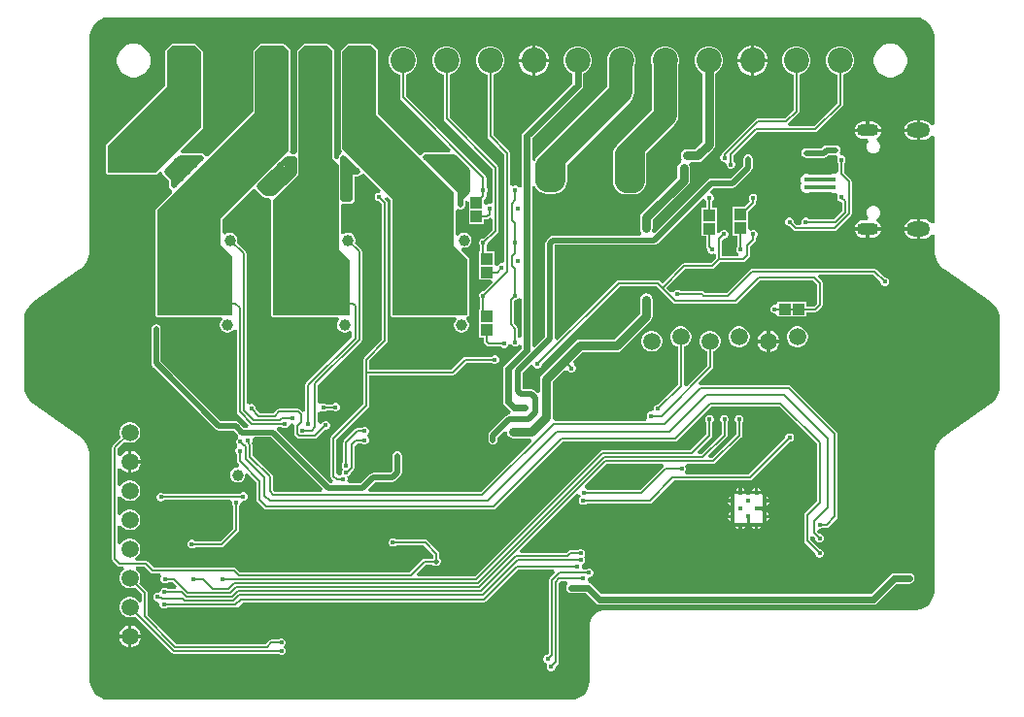
<source format=gbl>
G04*
G04 #@! TF.GenerationSoftware,Altium Limited,Altium Designer,24.1.2 (44)*
G04*
G04 Layer_Physical_Order=4*
G04 Layer_Color=16711680*
%FSLAX44Y44*%
%MOMM*%
G71*
G04*
G04 #@! TF.SameCoordinates,C2358ADC-4AF9-434A-8588-A0F146304F54*
G04*
G04*
G04 #@! TF.FilePolarity,Positive*
G04*
G01*
G75*
%ADD11C,0.2000*%
%ADD103R,1.0000X1.0000*%
%ADD106C,1.0000*%
%ADD122C,0.5000*%
%ADD123C,0.6000*%
%ADD124C,0.8000*%
%ADD125C,0.3145*%
%ADD127C,2.0000*%
%ADD129C,1.5000*%
%ADD130C,5.5000*%
%ADD131O,2.1000X1.3000*%
%ADD132O,1.9000X1.1000*%
%ADD133C,0.4500*%
%ADD134C,0.5000*%
%ADD135C,2.2000*%
%ADD136R,1.0000X1.0000*%
G36*
X350000Y37961D02*
X351769Y37961D01*
X355239Y37271D01*
X358508Y35917D01*
X361449Y33951D01*
X363951Y31449D01*
X365917Y28508D01*
X367271Y25239D01*
X367961Y21769D01*
X367961Y20000D01*
Y-55582D01*
X366732Y-56149D01*
X365461Y-56268D01*
X364363Y-54837D01*
X362587Y-53475D01*
X360519Y-52618D01*
X358301Y-52326D01*
X355801D01*
Y-60900D01*
Y-69473D01*
X358301D01*
X360519Y-69181D01*
X362587Y-68324D01*
X364363Y-66962D01*
X365461Y-65531D01*
X366732Y-65651D01*
X367961Y-66217D01*
X367961Y-141583D01*
X366733Y-142149D01*
X365461Y-142269D01*
X364363Y-140838D01*
X362587Y-139475D01*
X360519Y-138619D01*
X358301Y-138327D01*
X355801D01*
Y-146900D01*
Y-155474D01*
X358301D01*
X360519Y-155182D01*
X362587Y-154325D01*
X364363Y-152963D01*
X365461Y-151531D01*
X366733Y-151651D01*
X367961Y-152218D01*
Y-164602D01*
X367967Y-164632D01*
X367962Y-164663D01*
X367998Y-165861D01*
X368018Y-165951D01*
X368012Y-166044D01*
X368298Y-168422D01*
X368336Y-168539D01*
X368342Y-168662D01*
X368910Y-170990D01*
X368963Y-171101D01*
X368983Y-171223D01*
X369826Y-173466D01*
X369891Y-173570D01*
X369925Y-173689D01*
X371030Y-175814D01*
X371107Y-175911D01*
X371156Y-176024D01*
X372507Y-178002D01*
X372595Y-178089D01*
X372657Y-178195D01*
X374235Y-179998D01*
X374333Y-180073D01*
X374407Y-180172D01*
X376189Y-181772D01*
X376269Y-181820D01*
X376331Y-181889D01*
X377291Y-182606D01*
X377319Y-182620D01*
X377340Y-182642D01*
X417317Y-210696D01*
X418199Y-211315D01*
X419803Y-212756D01*
X421223Y-214377D01*
X422439Y-216157D01*
X423433Y-218069D01*
X424191Y-220087D01*
X424703Y-222180D01*
X424961Y-224321D01*
X424961Y-225398D01*
X424961Y-284602D01*
X424961Y-285680D01*
X424703Y-287820D01*
X424192Y-289913D01*
X423433Y-291931D01*
X422439Y-293843D01*
X421223Y-295623D01*
X419803Y-297245D01*
X418199Y-298685D01*
X417317Y-299304D01*
X417317Y-299304D01*
X377340Y-327358D01*
X377319Y-327380D01*
X377291Y-327394D01*
X376331Y-328111D01*
X376269Y-328180D01*
X376189Y-328228D01*
X374407Y-329828D01*
X374333Y-329927D01*
X374235Y-330002D01*
X372657Y-331805D01*
X372595Y-331911D01*
X372507Y-331998D01*
X371156Y-333976D01*
X371107Y-334089D01*
X371030Y-334186D01*
X369925Y-336311D01*
X369891Y-336430D01*
X369826Y-336534D01*
X368983Y-338777D01*
X368963Y-338899D01*
X368910Y-339010D01*
X368342Y-341338D01*
X368336Y-341461D01*
X368298Y-341578D01*
X368012Y-343956D01*
X368018Y-344049D01*
X367998Y-344139D01*
X367962Y-345337D01*
X367967Y-345368D01*
X367961Y-345398D01*
X367961Y-462000D01*
X367961Y-463769D01*
X367271Y-467239D01*
X365917Y-470508D01*
X363951Y-473449D01*
X361449Y-475951D01*
X358508Y-477917D01*
X355239Y-479271D01*
X351769Y-479961D01*
X80183D01*
X80133Y-479971D01*
X80083Y-479963D01*
X79085Y-480013D01*
X78938Y-480049D01*
X78787D01*
X76829Y-480439D01*
X76644Y-480516D01*
X76447Y-480555D01*
X74603Y-481319D01*
X74436Y-481430D01*
X74250Y-481507D01*
X72590Y-482616D01*
X72448Y-482758D01*
X72281Y-482870D01*
X70870Y-484281D01*
X70758Y-484448D01*
X70616Y-484590D01*
X69507Y-486250D01*
X69430Y-486436D01*
X69319Y-486603D01*
X68555Y-488447D01*
X68516Y-488644D01*
X68439Y-488829D01*
X68049Y-490787D01*
Y-490938D01*
X68012Y-491085D01*
X67963Y-492083D01*
X67971Y-492133D01*
X67961Y-492183D01*
X67961Y-540000D01*
Y-541769D01*
X67271Y-545239D01*
X65917Y-548508D01*
X63951Y-551449D01*
X61449Y-553951D01*
X58508Y-555917D01*
X55239Y-557271D01*
X51769Y-557961D01*
X50000Y-557961D01*
X-350000Y-557961D01*
X-351769Y-557961D01*
X-355239Y-557271D01*
X-358508Y-555917D01*
X-361449Y-553951D01*
X-363951Y-551450D01*
X-365917Y-548508D01*
X-367271Y-545239D01*
X-367961Y-541769D01*
Y-540000D01*
Y-345398D01*
X-367967Y-345368D01*
X-367962Y-345337D01*
X-367998Y-344139D01*
X-368019Y-344049D01*
X-368012Y-343956D01*
X-368298Y-341578D01*
X-368336Y-341461D01*
X-368342Y-341338D01*
X-368910Y-339010D01*
X-368963Y-338899D01*
X-368983Y-338777D01*
X-369826Y-336534D01*
X-369891Y-336430D01*
X-369925Y-336311D01*
X-371030Y-334185D01*
X-371107Y-334089D01*
X-371156Y-333976D01*
X-372507Y-331998D01*
X-372595Y-331911D01*
X-372657Y-331805D01*
X-374235Y-330002D01*
X-374333Y-329927D01*
X-374407Y-329828D01*
X-376189Y-328228D01*
X-376269Y-328180D01*
X-376331Y-328111D01*
X-377291Y-327394D01*
X-377319Y-327380D01*
X-377340Y-327358D01*
X-417317Y-299304D01*
X-418199Y-298685D01*
X-419803Y-297245D01*
X-421223Y-295623D01*
X-422439Y-293843D01*
X-423433Y-291931D01*
X-424192Y-289913D01*
X-424703Y-287820D01*
X-424961Y-285680D01*
Y-284602D01*
Y-225398D01*
Y-224320D01*
X-424703Y-222181D01*
X-424192Y-220087D01*
X-423433Y-218069D01*
X-422439Y-216157D01*
X-421223Y-214377D01*
X-419803Y-212755D01*
X-418199Y-211315D01*
X-417317Y-210696D01*
X-377340Y-182642D01*
X-377319Y-182620D01*
X-377291Y-182606D01*
X-376331Y-181889D01*
X-376269Y-181820D01*
X-376189Y-181772D01*
X-374407Y-180172D01*
X-374333Y-180073D01*
X-374235Y-179998D01*
X-372657Y-178195D01*
X-372595Y-178089D01*
X-372507Y-178002D01*
X-371156Y-176024D01*
X-371107Y-175911D01*
X-371030Y-175814D01*
X-369925Y-173689D01*
X-369891Y-173570D01*
X-369826Y-173466D01*
X-368983Y-171223D01*
X-368963Y-171101D01*
X-368910Y-170990D01*
X-368342Y-168662D01*
X-368336Y-168539D01*
X-368298Y-168422D01*
X-368012Y-166044D01*
X-368019Y-165951D01*
X-367998Y-165861D01*
X-367962Y-164663D01*
X-367967Y-164632D01*
X-367961Y-164602D01*
Y20000D01*
X-367961Y21769D01*
X-367271Y25239D01*
X-365917Y28508D01*
X-363951Y31449D01*
X-361450Y33951D01*
X-358508Y35917D01*
X-355239Y37271D01*
X-351769Y37961D01*
X-350000Y37961D01*
X350000Y37961D01*
D02*
G37*
%LPC*%
G36*
X211262Y13000D02*
X211050D01*
Y1500D01*
X222550D01*
Y1711D01*
X221664Y5018D01*
X219953Y7982D01*
X217532Y10403D01*
X214568Y12114D01*
X211262Y13000D01*
D02*
G37*
G36*
X208050D02*
X207838D01*
X204532Y12114D01*
X201568Y10403D01*
X199147Y7982D01*
X197436Y5018D01*
X196550Y1711D01*
Y1500D01*
X208050D01*
Y13000D01*
D02*
G37*
G36*
X20761D02*
X20550D01*
Y1500D01*
X32050D01*
Y1711D01*
X31164Y5018D01*
X29453Y7982D01*
X27032Y10403D01*
X24068Y12114D01*
X20761Y13000D01*
D02*
G37*
G36*
X17550D02*
X17339D01*
X14032Y12114D01*
X11068Y10403D01*
X8647Y7982D01*
X6936Y5018D01*
X6050Y1711D01*
Y1500D01*
X17550D01*
Y13000D01*
D02*
G37*
G36*
X222550Y-1500D02*
X211050D01*
Y-13000D01*
X211262D01*
X214568Y-12114D01*
X217532Y-10403D01*
X219953Y-7982D01*
X221664Y-5018D01*
X222550Y-1711D01*
Y-1500D01*
D02*
G37*
G36*
X208050D02*
X196550D01*
Y-1711D01*
X197436Y-5018D01*
X199147Y-7982D01*
X201568Y-10403D01*
X204532Y-12114D01*
X207838Y-13000D01*
X208050D01*
Y-1500D01*
D02*
G37*
G36*
X32050D02*
X20550D01*
Y-13000D01*
X20761D01*
X24068Y-12114D01*
X27032Y-10403D01*
X29453Y-7982D01*
X31164Y-5018D01*
X32050Y-1711D01*
Y-1500D01*
D02*
G37*
G36*
X17550D02*
X6050D01*
Y-1711D01*
X6936Y-5018D01*
X8647Y-7982D01*
X11068Y-10403D01*
X14032Y-12114D01*
X17339Y-13000D01*
X17550D01*
Y-1500D01*
D02*
G37*
G36*
X331659Y14500D02*
X327841D01*
X324153Y13512D01*
X320847Y11603D01*
X318147Y8903D01*
X316238Y5597D01*
X315250Y1909D01*
Y-1909D01*
X316238Y-5597D01*
X318147Y-8903D01*
X320847Y-11603D01*
X324153Y-13512D01*
X327841Y-14500D01*
X331659D01*
X335347Y-13512D01*
X338653Y-11603D01*
X341353Y-8903D01*
X343262Y-5597D01*
X344250Y-1909D01*
Y1909D01*
X343262Y5597D01*
X341353Y8903D01*
X338653Y11603D01*
X335347Y13512D01*
X331659Y14500D01*
D02*
G37*
G36*
X-327841D02*
X-331659D01*
X-335347Y13512D01*
X-338653Y11603D01*
X-341353Y8903D01*
X-343262Y5597D01*
X-344250Y1909D01*
Y-1909D01*
X-343262Y-5597D01*
X-341353Y-8903D01*
X-338653Y-11603D01*
X-335347Y-13512D01*
X-331659Y-14500D01*
X-327841D01*
X-324153Y-13512D01*
X-320847Y-11603D01*
X-318147Y-8903D01*
X-316238Y-5597D01*
X-315250Y-1909D01*
Y1909D01*
X-316238Y5597D01*
X-318147Y8903D01*
X-320847Y11603D01*
X-324153Y13512D01*
X-327841Y14500D01*
D02*
G37*
G36*
X287396Y12500D02*
X284104D01*
X280925Y11648D01*
X278075Y10002D01*
X275748Y7675D01*
X274102Y4825D01*
X273250Y1646D01*
Y-1646D01*
X274102Y-4825D01*
X275748Y-7675D01*
X278075Y-10002D01*
X280925Y-11648D01*
X283201Y-12258D01*
Y-37194D01*
X262944Y-57451D01*
X241277D01*
X240580Y-54951D01*
X240802Y-54802D01*
X249452Y-46152D01*
X250005Y-45325D01*
X250199Y-44350D01*
Y-12258D01*
X252475Y-11648D01*
X255325Y-10002D01*
X257652Y-7675D01*
X259298Y-4825D01*
X260150Y-1646D01*
Y1646D01*
X259298Y4825D01*
X257652Y7675D01*
X255325Y10002D01*
X252475Y11648D01*
X249296Y12500D01*
X246004D01*
X242825Y11648D01*
X239975Y10002D01*
X237647Y7675D01*
X236002Y4825D01*
X235150Y1646D01*
Y-1646D01*
X236002Y-4825D01*
X237647Y-7675D01*
X239975Y-10002D01*
X242825Y-11648D01*
X245101Y-12258D01*
Y-43294D01*
X237944Y-50451D01*
X214500D01*
X213525Y-50645D01*
X212698Y-51198D01*
X183616Y-80279D01*
X183063Y-81106D01*
X182962Y-81618D01*
X182911Y-81639D01*
X181856Y-82694D01*
X181286Y-84072D01*
Y-85564D01*
X181856Y-86942D01*
X182911Y-87997D01*
X184290Y-88568D01*
X184889D01*
X186321Y-89542D01*
X187000Y-90769D01*
Y-91496D01*
X187571Y-92874D01*
X188626Y-93929D01*
X190004Y-94500D01*
X191496D01*
X192874Y-93929D01*
X193929Y-92874D01*
X194500Y-91496D01*
Y-90004D01*
X193929Y-88626D01*
X193299Y-87996D01*
Y-82806D01*
X213556Y-62549D01*
X264000D01*
X264975Y-62355D01*
X265802Y-61802D01*
X287552Y-40052D01*
X288105Y-39225D01*
X288299Y-38250D01*
Y-12258D01*
X290575Y-11648D01*
X293425Y-10002D01*
X295753Y-7675D01*
X297398Y-4825D01*
X298250Y-1646D01*
Y1646D01*
X297398Y4825D01*
X295753Y7675D01*
X293425Y10002D01*
X290575Y11648D01*
X287396Y12500D01*
D02*
G37*
G36*
X314000Y-53335D02*
X311500D01*
Y-59399D01*
X321367D01*
X321307Y-58942D01*
X320551Y-57117D01*
X319349Y-55550D01*
X317782Y-54348D01*
X315958Y-53593D01*
X314000Y-53335D01*
D02*
G37*
G36*
X308500D02*
X306000D01*
X304042Y-53593D01*
X302217Y-54348D01*
X300651Y-55550D01*
X299448Y-57117D01*
X298693Y-58942D01*
X298632Y-59399D01*
X308500D01*
Y-53335D01*
D02*
G37*
G36*
X352800Y-52326D02*
X350300D01*
X348082Y-52618D01*
X346014Y-53475D01*
X344238Y-54837D01*
X342876Y-56613D01*
X342019Y-58681D01*
X341925Y-59399D01*
X352800D01*
Y-52326D01*
D02*
G37*
G36*
Y-62400D02*
X341925D01*
X342019Y-63119D01*
X342876Y-65186D01*
X344238Y-66962D01*
X346014Y-68324D01*
X348082Y-69181D01*
X350300Y-69473D01*
X352800D01*
Y-62400D01*
D02*
G37*
G36*
X321367D02*
X310000D01*
X298632D01*
X298693Y-62857D01*
X299448Y-64682D01*
X300651Y-66249D01*
X302217Y-67451D01*
X304042Y-68207D01*
X306000Y-68464D01*
X309869D01*
X310904Y-70964D01*
X310125Y-71743D01*
X309250Y-73856D01*
Y-76144D01*
X310125Y-78257D01*
X311743Y-79875D01*
X313856Y-80750D01*
X316144D01*
X318257Y-79875D01*
X319875Y-78257D01*
X320750Y-76144D01*
Y-73856D01*
X319875Y-71743D01*
X318257Y-70125D01*
X318057Y-70043D01*
X317862Y-68208D01*
X317975Y-67303D01*
X319349Y-66249D01*
X320551Y-64682D01*
X321307Y-62857D01*
X321367Y-62400D01*
D02*
G37*
G36*
X-122800Y14624D02*
X-142800D01*
X-143948Y14148D01*
X-148948Y9148D01*
X-149424Y8000D01*
Y-77200D01*
X-148948Y-78348D01*
X-148606Y-78690D01*
X-148542Y-79047D01*
X-148521Y-79233D01*
X-148523Y-79316D01*
X-148715Y-80421D01*
X-149235Y-81596D01*
X-149266Y-81609D01*
X-149550Y-81893D01*
X-149884Y-82116D01*
X-150107Y-82450D01*
X-150391Y-82734D01*
X-150545Y-83105D01*
X-150768Y-83439D01*
X-150846Y-83833D01*
X-151000Y-84204D01*
Y-84606D01*
X-151078Y-85000D01*
X-151078Y-85000D01*
Y-85359D01*
X-153388Y-86316D01*
X-155276Y-84427D01*
Y9000D01*
X-155752Y10148D01*
X-159752Y14148D01*
X-160900Y14624D01*
X-180900D01*
X-182048Y14148D01*
X-187048Y9148D01*
X-187524Y8000D01*
Y-80059D01*
X-187532Y-80080D01*
X-187775Y-80466D01*
X-188309Y-81040D01*
X-190000Y-81922D01*
X-192359D01*
X-193551Y-79422D01*
X-193376Y-79000D01*
Y9000D01*
X-193852Y10148D01*
X-197852Y14148D01*
X-199000Y14624D01*
X-219000D01*
X-220148Y14148D01*
X-225148Y9148D01*
X-225624Y8000D01*
Y-44328D01*
X-264690Y-83394D01*
X-264844Y-83421D01*
X-265604Y-83427D01*
X-266421Y-83285D01*
X-267596Y-82765D01*
X-267609Y-82734D01*
X-267893Y-82450D01*
X-268116Y-82116D01*
X-268450Y-81893D01*
X-268734Y-81609D01*
X-269105Y-81455D01*
X-269439Y-81232D01*
X-269833Y-81154D01*
X-270204Y-81000D01*
X-270606D01*
X-271000Y-80922D01*
X-271000Y-80922D01*
X-287522D01*
X-288541Y-78422D01*
X-269865Y-60161D01*
X-269861Y-60152D01*
X-269852Y-60148D01*
X-269617Y-59581D01*
X-269377Y-59018D01*
X-269380Y-59009D01*
X-269376Y-59000D01*
Y8000D01*
X-269852Y9148D01*
X-274852Y14148D01*
X-276000Y14624D01*
X-296000D01*
X-297148Y14148D01*
X-302148Y9148D01*
X-302624Y8000D01*
Y-22327D01*
X-353148Y-72852D01*
X-353624Y-74000D01*
Y-98000D01*
X-353148Y-99148D01*
X-352000Y-99624D01*
X-310886D01*
X-310320Y-99389D01*
X-309751Y-99161D01*
X-307568Y-97026D01*
X-306728Y-97017D01*
X-306353Y-97099D01*
X-305000Y-97796D01*
X-304846Y-98167D01*
X-304768Y-98561D01*
X-304545Y-98895D01*
X-304391Y-99266D01*
X-304107Y-99550D01*
X-303884Y-99884D01*
X-303884Y-99884D01*
X-300884Y-102884D01*
X-300884Y-102884D01*
X-299078Y-104689D01*
Y-109000D01*
X-299078Y-109000D01*
X-299000Y-109394D01*
Y-109796D01*
X-298846Y-110167D01*
X-298768Y-110561D01*
X-298545Y-110895D01*
X-298391Y-111266D01*
X-298107Y-111550D01*
X-297884Y-111884D01*
X-297550Y-112107D01*
X-297266Y-112391D01*
X-297235Y-112404D01*
X-296715Y-113579D01*
X-296523Y-114684D01*
X-296521Y-114767D01*
X-296542Y-114952D01*
X-296606Y-115310D01*
X-310148Y-128852D01*
X-310624Y-130000D01*
Y-222000D01*
X-310148Y-223148D01*
X-309000Y-223624D01*
X-253410D01*
X-252938Y-224366D01*
X-252516Y-226124D01*
X-253301Y-226909D01*
X-254157Y-228391D01*
X-254600Y-230044D01*
Y-231756D01*
X-254157Y-233409D01*
X-253301Y-234891D01*
X-252091Y-236101D01*
X-250609Y-236957D01*
X-248956Y-237400D01*
X-247244D01*
X-245591Y-236957D01*
X-244109Y-236101D01*
X-242899Y-234891D01*
X-242549Y-234285D01*
X-240049Y-234955D01*
Y-306500D01*
X-239855Y-307475D01*
X-239302Y-308302D01*
X-229683Y-317922D01*
X-230719Y-320422D01*
X-233311D01*
X-237741Y-315991D01*
X-239064Y-315107D01*
X-240625Y-314797D01*
X-240625Y-314797D01*
X-253811D01*
X-306172Y-262436D01*
Y-240000D01*
Y-234250D01*
X-306250Y-233856D01*
Y-233454D01*
X-306404Y-233083D01*
X-306482Y-232689D01*
X-306705Y-232355D01*
X-306859Y-231984D01*
X-307143Y-231700D01*
X-307366Y-231366D01*
X-307700Y-231143D01*
X-307984Y-230859D01*
X-308355Y-230705D01*
X-308689Y-230482D01*
X-309083Y-230404D01*
X-309454Y-230250D01*
X-309856D01*
X-310250Y-230172D01*
X-310644Y-230250D01*
X-311046D01*
X-311417Y-230404D01*
X-311811Y-230482D01*
X-312145Y-230705D01*
X-312516Y-230859D01*
X-312800Y-231143D01*
X-313134Y-231366D01*
X-313357Y-231700D01*
X-313641Y-231984D01*
X-313795Y-232355D01*
X-314018Y-232689D01*
X-314096Y-233083D01*
X-314250Y-233454D01*
Y-233856D01*
X-314328Y-234250D01*
Y-240000D01*
Y-264125D01*
X-314328Y-264125D01*
X-314018Y-265686D01*
X-313134Y-267009D01*
X-258384Y-321759D01*
X-258384Y-321759D01*
X-257061Y-322643D01*
X-255500Y-322953D01*
X-242314D01*
X-238718Y-326550D01*
X-238862Y-329097D01*
X-238876Y-329137D01*
X-239119Y-329566D01*
X-239929Y-330376D01*
X-240500Y-331754D01*
Y-333246D01*
X-239929Y-334624D01*
X-239773Y-334780D01*
X-239446Y-336865D01*
X-239937Y-337883D01*
X-240429Y-338376D01*
X-241000Y-339754D01*
Y-341246D01*
X-240429Y-342624D01*
X-239799Y-343254D01*
Y-349500D01*
X-239605Y-350476D01*
X-239052Y-351302D01*
X-237642Y-352713D01*
X-237954Y-353912D01*
X-238765Y-355125D01*
X-239981D01*
X-241634Y-355568D01*
X-243116Y-356424D01*
X-244326Y-357634D01*
X-245182Y-359116D01*
X-245625Y-360769D01*
Y-362481D01*
X-245182Y-364134D01*
X-244326Y-365616D01*
X-243116Y-366826D01*
X-241634Y-367682D01*
X-239981Y-368125D01*
X-238269D01*
X-236616Y-367682D01*
X-235134Y-366826D01*
X-233924Y-365616D01*
X-233068Y-364134D01*
X-232625Y-362481D01*
Y-361265D01*
X-231412Y-360454D01*
X-230213Y-360142D01*
X-222549Y-367806D01*
Y-383250D01*
X-222355Y-384226D01*
X-221802Y-385052D01*
X-216052Y-390802D01*
X-215226Y-391355D01*
X-214250Y-391549D01*
X-16000D01*
X-15024Y-391355D01*
X-14198Y-390802D01*
X44056Y-332549D01*
X142000D01*
X142976Y-332355D01*
X143802Y-331802D01*
X174056Y-301549D01*
X232944D01*
X265451Y-334056D01*
Y-384944D01*
X255198Y-395198D01*
X254645Y-396025D01*
X254451Y-397000D01*
Y-419000D01*
X254645Y-419976D01*
X255198Y-420802D01*
X264250Y-429855D01*
Y-430746D01*
X264821Y-432124D01*
X265876Y-433179D01*
X267254Y-433750D01*
X268746D01*
X270124Y-433179D01*
X271179Y-432124D01*
X271750Y-430746D01*
Y-429254D01*
X271179Y-427876D01*
X270124Y-426821D01*
X268746Y-426250D01*
X267855D01*
X259604Y-417999D01*
X259845Y-415567D01*
X262049Y-414654D01*
X264250Y-416855D01*
Y-417746D01*
X264821Y-419124D01*
X265876Y-420179D01*
X267254Y-420750D01*
X268746D01*
X270124Y-420179D01*
X271179Y-419124D01*
X271750Y-417746D01*
Y-416254D01*
X271179Y-414876D01*
X270124Y-413821D01*
X268746Y-413250D01*
X267855D01*
X265549Y-410944D01*
Y-410750D01*
X267254Y-408750D01*
X268746D01*
X270124Y-408179D01*
X270754Y-407549D01*
X274000D01*
X274975Y-407355D01*
X275802Y-406802D01*
X282802Y-399802D01*
X283355Y-398975D01*
X283549Y-398000D01*
Y-326000D01*
X283355Y-325024D01*
X282802Y-324198D01*
X242802Y-284198D01*
X241975Y-283645D01*
X241000Y-283451D01*
X164000D01*
X163612Y-283528D01*
X162160Y-281445D01*
X174402Y-269202D01*
X174955Y-268375D01*
X175149Y-267400D01*
Y-253634D01*
X176074Y-253387D01*
X178126Y-252202D01*
X179802Y-250526D01*
X180987Y-248474D01*
X181600Y-246185D01*
Y-243815D01*
X180987Y-241526D01*
X179802Y-239474D01*
X178126Y-237798D01*
X176074Y-236613D01*
X173785Y-236000D01*
X171415D01*
X169126Y-236613D01*
X167074Y-237798D01*
X165398Y-239474D01*
X164213Y-241526D01*
X163600Y-243815D01*
Y-246185D01*
X164213Y-248474D01*
X165398Y-250526D01*
X167074Y-252202D01*
X169126Y-253387D01*
X170051Y-253634D01*
Y-266344D01*
X152185Y-284210D01*
X151474Y-284090D01*
X149749Y-283111D01*
Y-249634D01*
X150674Y-249387D01*
X152726Y-248202D01*
X154402Y-246526D01*
X155587Y-244474D01*
X156200Y-242185D01*
Y-239815D01*
X155587Y-237526D01*
X154402Y-235474D01*
X152726Y-233798D01*
X150674Y-232613D01*
X148385Y-232000D01*
X146015D01*
X143726Y-232613D01*
X141674Y-233798D01*
X139998Y-235474D01*
X138813Y-237526D01*
X138200Y-239815D01*
Y-242185D01*
X138813Y-244474D01*
X139998Y-246526D01*
X141674Y-248202D01*
X143726Y-249387D01*
X144651Y-249634D01*
Y-282744D01*
X127145Y-300250D01*
X126254D01*
X124876Y-300821D01*
X123821Y-301876D01*
X123250Y-303254D01*
Y-304167D01*
X122377Y-305377D01*
X121167Y-306250D01*
X120254D01*
X118876Y-306821D01*
X117821Y-307876D01*
X117250Y-309254D01*
Y-310746D01*
X117821Y-312124D01*
X116612Y-314451D01*
X37276D01*
X36913Y-314224D01*
X35492Y-312377D01*
X35405Y-312020D01*
X35608Y-311000D01*
Y-280323D01*
X45701Y-270229D01*
X48571Y-270624D01*
X49626Y-271679D01*
X51004Y-272250D01*
X52496D01*
X53874Y-271679D01*
X54929Y-270624D01*
X55500Y-269246D01*
Y-267754D01*
X54929Y-266376D01*
X54010Y-265456D01*
X53864Y-265244D01*
X53479Y-262451D01*
X61323Y-254608D01*
X91000D01*
X93146Y-254181D01*
X94965Y-252965D01*
X120965Y-226965D01*
X122181Y-225146D01*
X122608Y-223000D01*
Y-213250D01*
Y-208500D01*
X122181Y-206354D01*
X120965Y-204535D01*
X119146Y-203319D01*
X117000Y-202892D01*
X114854Y-203319D01*
X113035Y-204535D01*
X111819Y-206354D01*
X111392Y-208500D01*
Y-220677D01*
X88677Y-243392D01*
X59000D01*
X56854Y-243819D01*
X55035Y-245035D01*
X41910Y-258160D01*
X26035Y-274035D01*
X24819Y-275854D01*
X24392Y-278000D01*
Y-289018D01*
X21892Y-290054D01*
X19955Y-288116D01*
X18632Y-287232D01*
X17071Y-286922D01*
X17071Y-286922D01*
X9689D01*
X9078Y-286311D01*
Y-272589D01*
X16000Y-265667D01*
X16779Y-265692D01*
X18780Y-266423D01*
X19071Y-267124D01*
X20126Y-268179D01*
X21504Y-268750D01*
X22996D01*
X24374Y-268179D01*
X25429Y-267124D01*
X26000Y-265746D01*
Y-264855D01*
X94306Y-196549D01*
X125580D01*
X129141Y-200109D01*
X129141Y-200109D01*
X140334Y-211302D01*
X141161Y-211855D01*
X142136Y-212049D01*
X194500D01*
X195476Y-211855D01*
X196302Y-211302D01*
X216056Y-191549D01*
X261944D01*
X265451Y-195056D01*
Y-211944D01*
X262944Y-214451D01*
X256100D01*
Y-210500D01*
X231400D01*
Y-211229D01*
X229746Y-213250D01*
X228254D01*
X226876Y-213821D01*
X225821Y-214876D01*
X225250Y-216254D01*
Y-217746D01*
X225821Y-219124D01*
X226876Y-220179D01*
X228254Y-220750D01*
X229746D01*
X231400Y-222771D01*
Y-223500D01*
X256100D01*
Y-219549D01*
X264000D01*
X264975Y-219355D01*
X265802Y-218802D01*
X269802Y-214802D01*
X270355Y-213975D01*
X270549Y-213000D01*
Y-194000D01*
X270355Y-193025D01*
X269802Y-192198D01*
X266654Y-189049D01*
X267689Y-186549D01*
X314944D01*
X321250Y-192855D01*
Y-193746D01*
X321821Y-195124D01*
X322876Y-196179D01*
X324254Y-196750D01*
X325746D01*
X327124Y-196179D01*
X328179Y-195124D01*
X328750Y-193746D01*
Y-192254D01*
X328179Y-190876D01*
X327124Y-189821D01*
X325746Y-189250D01*
X324855D01*
X317802Y-182198D01*
X316975Y-181645D01*
X316000Y-181451D01*
X209000D01*
X208025Y-181645D01*
X207198Y-182198D01*
X186944Y-202451D01*
X168019D01*
X167516Y-201948D01*
X166689Y-201395D01*
X165713Y-201201D01*
X146754D01*
X146124Y-200571D01*
X144746Y-200000D01*
X143254D01*
X141876Y-200571D01*
X140821Y-201626D01*
X138042Y-201801D01*
X134548Y-198307D01*
X150806Y-182049D01*
X174500D01*
X175476Y-181855D01*
X176302Y-181302D01*
X181556Y-176049D01*
X201250D01*
X202225Y-175855D01*
X203052Y-175302D01*
X207052Y-171302D01*
X207605Y-170476D01*
X207799Y-169500D01*
Y-162306D01*
X211802Y-158302D01*
X212355Y-157476D01*
X212549Y-156500D01*
Y-154504D01*
X213429Y-153624D01*
X214000Y-152246D01*
Y-150754D01*
X213429Y-149376D01*
X212374Y-148321D01*
X210996Y-147750D01*
X209504D01*
X208126Y-148321D01*
X208000Y-148447D01*
X205500Y-147411D01*
Y-140800D01*
Y-132104D01*
X205502Y-132102D01*
X211802Y-125802D01*
X212355Y-124976D01*
X212549Y-124000D01*
Y-122754D01*
X213179Y-122124D01*
X213750Y-120746D01*
Y-119254D01*
X213179Y-117876D01*
X212124Y-116821D01*
X210746Y-116250D01*
X209254D01*
X207876Y-116821D01*
X206821Y-117876D01*
X206250Y-119254D01*
Y-120746D01*
X206821Y-122124D01*
X207451Y-122754D01*
Y-122944D01*
X202595Y-127800D01*
X192500D01*
Y-140800D01*
Y-152500D01*
X196451D01*
Y-162246D01*
X195821Y-162876D01*
X195250Y-164254D01*
Y-165746D01*
X195821Y-167124D01*
X196876Y-168179D01*
X197532Y-168451D01*
X197035Y-170951D01*
X183049D01*
Y-156806D01*
X184605Y-155250D01*
X185496D01*
X186874Y-154679D01*
X187929Y-153624D01*
X188500Y-152246D01*
Y-150754D01*
X187929Y-149376D01*
X186874Y-148321D01*
X185496Y-147750D01*
X184004D01*
X182626Y-148321D01*
X181571Y-149376D01*
X181000Y-150754D01*
X178551Y-150631D01*
X178500Y-150610D01*
Y-141500D01*
Y-128500D01*
X174549D01*
Y-122754D01*
X175179Y-122124D01*
X175750Y-120746D01*
Y-119254D01*
X175179Y-117876D01*
X174124Y-116821D01*
X173493Y-116560D01*
X172757Y-114454D01*
X172761Y-113756D01*
X175439Y-111078D01*
X192000D01*
X192000Y-111078D01*
X193561Y-110768D01*
X194884Y-109884D01*
X208566Y-96202D01*
X209450Y-94879D01*
X209760Y-93318D01*
X209760Y-93318D01*
Y-85682D01*
X209450Y-84121D01*
X208566Y-82798D01*
X207243Y-81914D01*
X205682Y-81604D01*
X204121Y-81914D01*
X202798Y-82798D01*
X201914Y-84121D01*
X201604Y-85682D01*
Y-91629D01*
X190311Y-102922D01*
X173750D01*
X172189Y-103232D01*
X170866Y-104116D01*
X170866Y-104116D01*
X124059Y-150924D01*
X123604Y-151016D01*
X123577Y-150998D01*
X122181Y-148646D01*
X122608Y-146500D01*
Y-139073D01*
X153465Y-108215D01*
X154681Y-106396D01*
X155108Y-104250D01*
Y-94000D01*
X154681Y-91854D01*
X154182Y-91108D01*
X155487Y-88608D01*
X161750D01*
X163896Y-88181D01*
X165715Y-86965D01*
X175415Y-77265D01*
X176631Y-75446D01*
X177058Y-73300D01*
Y-11196D01*
X179125Y-10002D01*
X181453Y-7675D01*
X183098Y-4825D01*
X183950Y-1646D01*
Y1646D01*
X183098Y4825D01*
X181453Y7675D01*
X179125Y10002D01*
X176275Y11648D01*
X173096Y12500D01*
X169804D01*
X166625Y11648D01*
X163775Y10002D01*
X161448Y7675D01*
X159802Y4825D01*
X158950Y1646D01*
Y-1646D01*
X159802Y-4825D01*
X161448Y-7675D01*
X163775Y-10002D01*
X165842Y-11196D01*
Y-70977D01*
X159427Y-77392D01*
X152500D01*
X150354Y-77819D01*
X148535Y-79035D01*
X147319Y-80854D01*
X146892Y-83000D01*
X147319Y-85146D01*
X147986Y-86144D01*
X147420Y-88542D01*
X147106Y-88985D01*
X145535Y-90035D01*
X144319Y-91854D01*
X143892Y-94000D01*
Y-101927D01*
X113035Y-132785D01*
X111819Y-134604D01*
X111392Y-136750D01*
Y-146500D01*
X111819Y-148646D01*
X112838Y-150172D01*
X112503Y-151445D01*
X111837Y-152672D01*
X35929D01*
X34368Y-152982D01*
X33045Y-153866D01*
X33045Y-153866D01*
X30116Y-156795D01*
X29232Y-158118D01*
X28922Y-159679D01*
X28922Y-159679D01*
Y-241210D01*
X19898Y-250234D01*
X17588Y-249277D01*
Y-110162D01*
X20088Y-109664D01*
X20455Y-110550D01*
X22298Y-112952D01*
X24700Y-114795D01*
X27498Y-115954D01*
X30500Y-116349D01*
X36500D01*
X39502Y-115954D01*
X42300Y-114795D01*
X44702Y-112952D01*
X46545Y-110550D01*
X47704Y-107752D01*
X48099Y-104750D01*
Y-98750D01*
Y-90805D01*
X103069Y-35835D01*
X103069Y-35835D01*
X104913Y-33432D01*
X106071Y-30635D01*
X106467Y-27633D01*
X106467Y-27633D01*
Y-5572D01*
X106898Y-4825D01*
X107750Y-1646D01*
Y1646D01*
X106898Y4825D01*
X105253Y7675D01*
X102925Y10002D01*
X100075Y11648D01*
X96896Y12500D01*
X93604D01*
X90425Y11648D01*
X87575Y10002D01*
X85247Y7675D01*
X83602Y4825D01*
X82750Y1646D01*
Y-1646D01*
X83268Y-3579D01*
Y-22828D01*
X28298Y-77798D01*
X28298Y-77798D01*
X22298Y-83798D01*
X20455Y-86200D01*
X19975Y-87359D01*
X17588Y-86588D01*
Y-67901D01*
X60394Y-25094D01*
X61389Y-23606D01*
X61738Y-21850D01*
Y-11712D01*
X61975Y-11648D01*
X64825Y-10002D01*
X67153Y-7675D01*
X68798Y-4825D01*
X69650Y-1646D01*
Y1646D01*
X68798Y4825D01*
X67153Y7675D01*
X64825Y10002D01*
X61975Y11648D01*
X58796Y12500D01*
X55504D01*
X52325Y11648D01*
X49475Y10002D01*
X47147Y7675D01*
X45502Y4825D01*
X44650Y1646D01*
Y-1646D01*
X45502Y-4825D01*
X47147Y-7675D01*
X49475Y-10002D01*
X52325Y-11648D01*
X52562Y-11712D01*
Y-19950D01*
X9756Y-62756D01*
X8761Y-64244D01*
X8412Y-66000D01*
Y-110337D01*
X6013Y-110858D01*
X5912Y-110859D01*
X4874Y-109821D01*
X3496Y-109250D01*
X2004D01*
X1049Y-109646D01*
X-544Y-109000D01*
X-1451Y-108362D01*
Y-81000D01*
X-1645Y-80025D01*
X-2198Y-79198D01*
X-16501Y-64894D01*
Y-12258D01*
X-14225Y-11648D01*
X-11375Y-10002D01*
X-9047Y-7675D01*
X-7402Y-4825D01*
X-6550Y-1646D01*
Y1646D01*
X-7402Y4825D01*
X-9047Y7675D01*
X-11375Y10002D01*
X-14225Y11648D01*
X-17404Y12500D01*
X-20696D01*
X-23875Y11648D01*
X-26725Y10002D01*
X-29053Y7675D01*
X-30698Y4825D01*
X-31550Y1646D01*
Y-1646D01*
X-30698Y-4825D01*
X-29053Y-7675D01*
X-26725Y-10002D01*
X-23875Y-11648D01*
X-21599Y-12258D01*
Y-65950D01*
X-21405Y-66926D01*
X-20852Y-67752D01*
X-6549Y-82056D01*
Y-175000D01*
X-8254Y-177000D01*
X-9746D01*
X-11124Y-177571D01*
X-12179Y-178626D01*
X-12750Y-180004D01*
X-13000Y-180025D01*
X-15500Y-177743D01*
Y-166500D01*
X-22451D01*
Y-161754D01*
X-21821Y-161124D01*
X-21250Y-159746D01*
Y-158855D01*
X-12698Y-150302D01*
X-12145Y-149475D01*
X-11951Y-148500D01*
Y-93500D01*
X-12145Y-92525D01*
X-12698Y-91698D01*
X-54601Y-49794D01*
Y-12258D01*
X-52325Y-11648D01*
X-49475Y-10002D01*
X-47147Y-7675D01*
X-45502Y-4825D01*
X-44650Y-1646D01*
Y1646D01*
X-45502Y4825D01*
X-47147Y7675D01*
X-49475Y10002D01*
X-52325Y11648D01*
X-55504Y12500D01*
X-58796D01*
X-61975Y11648D01*
X-64825Y10002D01*
X-67153Y7675D01*
X-68798Y4825D01*
X-69650Y1646D01*
Y-1646D01*
X-68798Y-4825D01*
X-67153Y-7675D01*
X-64825Y-10002D01*
X-61975Y-11648D01*
X-59699Y-12258D01*
Y-50850D01*
X-59505Y-51825D01*
X-58952Y-52652D01*
X-17049Y-94556D01*
Y-123250D01*
X-18754Y-125250D01*
X-20246D01*
X-21624Y-125821D01*
X-22000Y-126197D01*
X-24500Y-125236D01*
Y-121505D01*
X-23198Y-120202D01*
X-22645Y-119375D01*
X-22451Y-118400D01*
Y-115754D01*
X-21821Y-115124D01*
X-21250Y-113746D01*
Y-112254D01*
X-21821Y-110876D01*
X-22451Y-110246D01*
Y-102250D01*
X-22645Y-101274D01*
X-23198Y-100448D01*
X-92701Y-30944D01*
Y-12258D01*
X-90425Y-11648D01*
X-87575Y-10002D01*
X-85247Y-7675D01*
X-83602Y-4825D01*
X-82750Y-1646D01*
Y1646D01*
X-83602Y4825D01*
X-85247Y7675D01*
X-87575Y10002D01*
X-90425Y11648D01*
X-93604Y12500D01*
X-96896D01*
X-100075Y11648D01*
X-102925Y10002D01*
X-105253Y7675D01*
X-106898Y4825D01*
X-107750Y1646D01*
Y-1646D01*
X-106898Y-4825D01*
X-105253Y-7675D01*
X-102925Y-10002D01*
X-100075Y-11648D01*
X-97799Y-12258D01*
Y-32000D01*
X-97605Y-32975D01*
X-97052Y-33802D01*
X-53433Y-77422D01*
X-54469Y-79922D01*
X-75000D01*
X-75000Y-79922D01*
X-75394Y-80000D01*
X-75796D01*
X-76167Y-80154D01*
X-76561Y-80232D01*
X-76895Y-80455D01*
X-77266Y-80609D01*
X-77550Y-80893D01*
X-77884Y-81116D01*
X-78107Y-81450D01*
X-78391Y-81734D01*
X-78404Y-81765D01*
X-79579Y-82285D01*
X-80684Y-82477D01*
X-80767Y-82479D01*
X-80953Y-82458D01*
X-81310Y-82394D01*
X-117176Y-46528D01*
Y9000D01*
X-117652Y10148D01*
X-121652Y14148D01*
X-122800Y14624D01*
D02*
G37*
G36*
X274000Y-74172D02*
X272439Y-74482D01*
X271116Y-75366D01*
X269811Y-76672D01*
X256250D01*
X254689Y-76982D01*
X253366Y-77866D01*
X252482Y-79189D01*
X252172Y-80750D01*
X252482Y-82311D01*
X253366Y-83634D01*
X254689Y-84518D01*
X256250Y-84828D01*
X271500D01*
X271500Y-84828D01*
X273061Y-84518D01*
X274384Y-83634D01*
X275689Y-82328D01*
X282000D01*
X282416Y-82246D01*
X283456Y-83822D01*
X283758Y-84528D01*
X283250Y-85754D01*
Y-87246D01*
X283821Y-88624D01*
X284451Y-89254D01*
Y-97260D01*
X281951Y-98919D01*
X281544Y-98750D01*
X279456D01*
X278037Y-99338D01*
X259213D01*
X257794Y-98750D01*
X255706D01*
X253776Y-99549D01*
X252299Y-101026D01*
X251500Y-102956D01*
Y-105044D01*
X252299Y-106974D01*
X252450Y-107125D01*
X252299Y-107276D01*
X251500Y-109206D01*
Y-111294D01*
X252299Y-113224D01*
X253776Y-114701D01*
X255706Y-115500D01*
X257794D01*
X259213Y-114912D01*
X278037D01*
X279456Y-115500D01*
X281544D01*
X282171Y-115240D01*
X283467Y-116722D01*
X283752Y-117291D01*
X283250Y-118504D01*
Y-119996D01*
X283821Y-121374D01*
X284876Y-122429D01*
X286254Y-123000D01*
X286604D01*
X287451Y-123847D01*
Y-131194D01*
X280444Y-138201D01*
X258754D01*
X258124Y-137571D01*
X256746Y-137000D01*
X255254D01*
X253876Y-137571D01*
X252821Y-138626D01*
X252250Y-140004D01*
Y-141496D01*
X250892Y-143556D01*
X248324Y-143719D01*
X245500Y-140895D01*
Y-140004D01*
X244929Y-138626D01*
X243874Y-137571D01*
X242496Y-137000D01*
X241004D01*
X239626Y-137571D01*
X238571Y-138626D01*
X238000Y-140004D01*
Y-141496D01*
X238571Y-142874D01*
X239626Y-143929D01*
X241004Y-144500D01*
X241895D01*
X245698Y-148302D01*
X246525Y-148855D01*
X247500Y-149049D01*
X280700D01*
X281675Y-148855D01*
X282502Y-148302D01*
X295302Y-135502D01*
X295855Y-134675D01*
X296049Y-133700D01*
Y-105500D01*
X295855Y-104525D01*
X295302Y-103698D01*
X289549Y-97944D01*
Y-89254D01*
X290179Y-88624D01*
X290750Y-87246D01*
Y-85754D01*
X290179Y-84376D01*
X289124Y-83321D01*
X287746Y-82750D01*
X286622D01*
X285790Y-81569D01*
X285347Y-80440D01*
X285768Y-79811D01*
X286078Y-78250D01*
X285768Y-76689D01*
X284884Y-75366D01*
X283561Y-74482D01*
X282000Y-74172D01*
X274000D01*
X274000Y-74172D01*
D02*
G37*
G36*
X134996Y12500D02*
X131704D01*
X128525Y11648D01*
X125675Y10002D01*
X123348Y7675D01*
X121702Y4825D01*
X120850Y1646D01*
Y-1646D01*
X121702Y-4825D01*
X121751Y-4910D01*
Y-43345D01*
X97298Y-67798D01*
X97298Y-67798D01*
X91298Y-73798D01*
X89455Y-76200D01*
X88296Y-78998D01*
X87901Y-82000D01*
X87901Y-82000D01*
Y-99250D01*
Y-105250D01*
X88296Y-108252D01*
X89455Y-111050D01*
X91298Y-113452D01*
X93700Y-115295D01*
X96498Y-116454D01*
X99500Y-116849D01*
X105500D01*
X108502Y-116454D01*
X111300Y-115295D01*
X113702Y-113452D01*
X115545Y-111050D01*
X116704Y-108252D01*
X117099Y-105250D01*
Y-99250D01*
Y-80805D01*
X141552Y-56352D01*
X141552Y-56352D01*
X143395Y-53950D01*
X144554Y-51152D01*
X144949Y-48150D01*
X144949Y-48150D01*
Y-4909D01*
X144998Y-4825D01*
X145850Y-1646D01*
Y1646D01*
X144998Y4825D01*
X143352Y7675D01*
X141025Y10002D01*
X138175Y11648D01*
X134996Y12500D01*
D02*
G37*
G36*
X316144Y-127050D02*
X313856D01*
X311743Y-127925D01*
X310125Y-129543D01*
X309250Y-131656D01*
Y-133944D01*
X310125Y-136057D01*
X310904Y-136836D01*
X309869Y-139336D01*
X306000D01*
X304042Y-139593D01*
X302217Y-140349D01*
X300651Y-141551D01*
X299448Y-143118D01*
X298693Y-144942D01*
X298632Y-145400D01*
X310000D01*
X321367D01*
X321307Y-144942D01*
X320551Y-143118D01*
X319349Y-141551D01*
X317975Y-140497D01*
X317862Y-139592D01*
X318057Y-137757D01*
X318257Y-137674D01*
X319875Y-136057D01*
X320750Y-133944D01*
Y-131656D01*
X319875Y-129543D01*
X318257Y-127925D01*
X316144Y-127050D01*
D02*
G37*
G36*
X352801Y-138327D02*
X350300D01*
X348082Y-138619D01*
X346014Y-139475D01*
X344238Y-140838D01*
X342876Y-142614D01*
X342019Y-144681D01*
X341925Y-145400D01*
X352801D01*
Y-138327D01*
D02*
G37*
G36*
X321367Y-148400D02*
X311500D01*
Y-154465D01*
X314000D01*
X315958Y-154207D01*
X317782Y-153451D01*
X319349Y-152249D01*
X320551Y-150683D01*
X321307Y-148858D01*
X321367Y-148400D01*
D02*
G37*
G36*
X308500D02*
X298632D01*
X298693Y-148858D01*
X299448Y-150683D01*
X300651Y-152249D01*
X302217Y-153451D01*
X304042Y-154207D01*
X306000Y-154465D01*
X308500D01*
Y-148400D01*
D02*
G37*
G36*
X352801Y-148400D02*
X341925D01*
X342019Y-149119D01*
X342876Y-151187D01*
X344238Y-152963D01*
X346014Y-154325D01*
X348082Y-155182D01*
X350300Y-155474D01*
X352801D01*
Y-148400D01*
D02*
G37*
G36*
X224900Y-235567D02*
Y-243500D01*
X232833D01*
X232253Y-241333D01*
X231002Y-239167D01*
X229233Y-237398D01*
X227067Y-236147D01*
X224900Y-235567D01*
D02*
G37*
G36*
X221900D02*
X219733Y-236147D01*
X217567Y-237398D01*
X215798Y-239167D01*
X214548Y-241333D01*
X213967Y-243500D01*
X221900D01*
Y-235567D01*
D02*
G37*
G36*
X249985Y-232000D02*
X247615D01*
X245326Y-232613D01*
X243274Y-233798D01*
X241598Y-235474D01*
X240413Y-237526D01*
X239800Y-239815D01*
Y-242185D01*
X240413Y-244474D01*
X241598Y-246526D01*
X243274Y-248202D01*
X245326Y-249387D01*
X247615Y-250000D01*
X249985D01*
X252274Y-249387D01*
X254326Y-248202D01*
X256002Y-246526D01*
X257187Y-244474D01*
X257800Y-242185D01*
Y-239815D01*
X257187Y-237526D01*
X256002Y-235474D01*
X254326Y-233798D01*
X252274Y-232613D01*
X249985Y-232000D01*
D02*
G37*
G36*
X199185D02*
X196815D01*
X194526Y-232613D01*
X192474Y-233798D01*
X190798Y-235474D01*
X189613Y-237526D01*
X189000Y-239815D01*
Y-242185D01*
X189613Y-244474D01*
X190798Y-246526D01*
X192474Y-248202D01*
X194526Y-249387D01*
X196815Y-250000D01*
X199185D01*
X201474Y-249387D01*
X203526Y-248202D01*
X205202Y-246526D01*
X206387Y-244474D01*
X207000Y-242185D01*
Y-239815D01*
X206387Y-237526D01*
X205202Y-235474D01*
X203526Y-233798D01*
X201474Y-232613D01*
X199185Y-232000D01*
D02*
G37*
G36*
X122985Y-236000D02*
X120615D01*
X118326Y-236613D01*
X116274Y-237798D01*
X114598Y-239474D01*
X113413Y-241526D01*
X112800Y-243815D01*
Y-246185D01*
X113413Y-248474D01*
X114598Y-250526D01*
X116274Y-252202D01*
X118326Y-253387D01*
X120615Y-254000D01*
X122985D01*
X125274Y-253387D01*
X127326Y-252202D01*
X129002Y-250526D01*
X130187Y-248474D01*
X130800Y-246185D01*
Y-243815D01*
X130187Y-241526D01*
X129002Y-239474D01*
X127326Y-237798D01*
X125274Y-236613D01*
X122985Y-236000D01*
D02*
G37*
G36*
X232833Y-246500D02*
X224900D01*
Y-254433D01*
X227067Y-253853D01*
X229233Y-252602D01*
X231002Y-250833D01*
X232253Y-248667D01*
X232833Y-246500D01*
D02*
G37*
G36*
X221900D02*
X213967D01*
X214548Y-248667D01*
X215798Y-250833D01*
X217567Y-252602D01*
X219733Y-253853D01*
X221900Y-254433D01*
Y-246500D01*
D02*
G37*
G36*
X198746Y-309250D02*
X197254D01*
X195876Y-309821D01*
X194821Y-310876D01*
X194250Y-312254D01*
Y-313746D01*
X194821Y-315124D01*
X195451Y-315754D01*
Y-325944D01*
X174444Y-346951D01*
X171920D01*
X170963Y-344641D01*
X186802Y-328802D01*
X187355Y-327975D01*
X187549Y-327000D01*
Y-315754D01*
X188179Y-315124D01*
X188750Y-313746D01*
Y-312254D01*
X188179Y-310876D01*
X187124Y-309821D01*
X185746Y-309250D01*
X184254D01*
X182876Y-309821D01*
X181821Y-310876D01*
X181250Y-312254D01*
Y-313746D01*
X181821Y-315124D01*
X182451Y-315754D01*
Y-325944D01*
X164944Y-343451D01*
X162420D01*
X161463Y-341141D01*
X173802Y-328802D01*
X174355Y-327975D01*
X174549Y-327000D01*
Y-315754D01*
X175179Y-315124D01*
X175750Y-313746D01*
Y-312254D01*
X175179Y-310876D01*
X174124Y-309821D01*
X172746Y-309250D01*
X171254D01*
X169876Y-309821D01*
X168821Y-310876D01*
X168250Y-312254D01*
Y-313746D01*
X168821Y-315124D01*
X169451Y-315754D01*
Y-325944D01*
X155444Y-339951D01*
X78550D01*
X77575Y-340145D01*
X76748Y-340698D01*
X-32506Y-449951D01*
X-82080D01*
X-83037Y-447641D01*
X-74944Y-439549D01*
X-69108D01*
X-68266Y-440391D01*
X-66796Y-441000D01*
X-65204D01*
X-63734Y-440391D01*
X-62609Y-439266D01*
X-62000Y-437796D01*
Y-436204D01*
X-62609Y-434734D01*
X-63451Y-433892D01*
Y-430250D01*
X-63645Y-429275D01*
X-64198Y-428448D01*
X-73948Y-418698D01*
X-74775Y-418145D01*
X-75750Y-417951D01*
X-100996D01*
X-101626Y-417321D01*
X-103004Y-416750D01*
X-104496D01*
X-105874Y-417321D01*
X-106929Y-418376D01*
X-107500Y-419754D01*
Y-421246D01*
X-106929Y-422624D01*
X-105874Y-423679D01*
X-104496Y-424250D01*
X-103004D01*
X-101626Y-423679D01*
X-100996Y-423049D01*
X-76806D01*
X-68549Y-431306D01*
Y-433892D01*
X-69108Y-434451D01*
X-76000D01*
X-76975Y-434645D01*
X-77802Y-435198D01*
X-89056Y-446451D01*
X-236944D01*
X-240198Y-443198D01*
X-241024Y-442645D01*
X-242000Y-442451D01*
X-311944D01*
X-317198Y-437198D01*
X-318025Y-436645D01*
X-319000Y-436451D01*
X-327755D01*
X-328425Y-433951D01*
X-327474Y-433402D01*
X-325798Y-431726D01*
X-324613Y-429674D01*
X-324000Y-427385D01*
Y-425015D01*
X-324613Y-422726D01*
X-325798Y-420674D01*
X-327474Y-418998D01*
X-329526Y-417813D01*
X-331815Y-417200D01*
X-334185D01*
X-336474Y-417813D01*
X-338526Y-418998D01*
X-340202Y-420674D01*
X-340951Y-421972D01*
X-343451Y-421302D01*
Y-405698D01*
X-340951Y-405028D01*
X-340202Y-406326D01*
X-338526Y-408002D01*
X-336474Y-409187D01*
X-334185Y-409800D01*
X-331815D01*
X-329526Y-409187D01*
X-327474Y-408002D01*
X-325798Y-406326D01*
X-324613Y-404274D01*
X-324000Y-401985D01*
Y-399615D01*
X-324613Y-397326D01*
X-325798Y-395274D01*
X-327474Y-393598D01*
X-329526Y-392413D01*
X-331815Y-391800D01*
X-334185D01*
X-336474Y-392413D01*
X-338526Y-393598D01*
X-340202Y-395274D01*
X-340951Y-396572D01*
X-343451Y-395902D01*
Y-380298D01*
X-340951Y-379628D01*
X-340202Y-380926D01*
X-338526Y-382602D01*
X-336474Y-383787D01*
X-334185Y-384400D01*
X-331815D01*
X-329526Y-383787D01*
X-327474Y-382602D01*
X-325798Y-380926D01*
X-324613Y-378874D01*
X-324000Y-376585D01*
Y-374215D01*
X-324613Y-371926D01*
X-325798Y-369874D01*
X-327474Y-368198D01*
X-329526Y-367013D01*
X-331815Y-366400D01*
X-334185D01*
X-336474Y-367013D01*
X-338526Y-368198D01*
X-340202Y-369874D01*
X-340951Y-371172D01*
X-343451Y-370502D01*
Y-355898D01*
X-340951Y-355228D01*
X-340602Y-355833D01*
X-338833Y-357602D01*
X-336667Y-358853D01*
X-334500Y-359433D01*
Y-350000D01*
Y-340567D01*
X-336667Y-341147D01*
X-338833Y-342398D01*
X-340602Y-344167D01*
X-340951Y-344772D01*
X-343451Y-344102D01*
Y-338656D01*
X-337303Y-332508D01*
X-336474Y-332987D01*
X-334185Y-333600D01*
X-331815D01*
X-329526Y-332987D01*
X-327474Y-331802D01*
X-325798Y-330126D01*
X-324613Y-328074D01*
X-324000Y-325785D01*
Y-323415D01*
X-324613Y-321126D01*
X-325798Y-319074D01*
X-327474Y-317398D01*
X-329526Y-316213D01*
X-331815Y-315600D01*
X-334185D01*
X-336474Y-316213D01*
X-338526Y-317398D01*
X-340202Y-319074D01*
X-341387Y-321126D01*
X-342000Y-323415D01*
Y-325785D01*
X-341387Y-328074D01*
X-340908Y-328903D01*
X-347802Y-335798D01*
X-348355Y-336624D01*
X-348549Y-337600D01*
Y-435000D01*
X-348355Y-435975D01*
X-347802Y-436802D01*
X-343802Y-440802D01*
X-342975Y-441355D01*
X-342000Y-441549D01*
X-338591D01*
X-337921Y-444049D01*
X-338526Y-444398D01*
X-340202Y-446074D01*
X-341387Y-448126D01*
X-342000Y-450415D01*
Y-452785D01*
X-341387Y-455074D01*
X-340202Y-457126D01*
X-338526Y-458802D01*
X-336474Y-459987D01*
X-334185Y-460600D01*
X-331815D01*
X-329526Y-459987D01*
X-328697Y-459508D01*
X-322549Y-465656D01*
Y-472102D01*
X-325049Y-472772D01*
X-325798Y-471474D01*
X-327474Y-469798D01*
X-329526Y-468613D01*
X-331815Y-468000D01*
X-334185D01*
X-336474Y-468613D01*
X-338526Y-469798D01*
X-340202Y-471474D01*
X-341387Y-473526D01*
X-342000Y-475815D01*
Y-478185D01*
X-341387Y-480474D01*
X-340202Y-482526D01*
X-338526Y-484202D01*
X-336474Y-485387D01*
X-334185Y-486000D01*
X-331815D01*
X-329526Y-485387D01*
X-328697Y-484908D01*
X-296802Y-516802D01*
X-295975Y-517355D01*
X-295000Y-517549D01*
X-203754D01*
X-203124Y-518179D01*
X-201746Y-518750D01*
X-200254D01*
X-198876Y-518179D01*
X-197821Y-517124D01*
X-197250Y-515746D01*
Y-514254D01*
X-197821Y-512876D01*
X-198676Y-511500D01*
X-197821Y-510124D01*
X-197250Y-508746D01*
Y-507254D01*
X-197821Y-505876D01*
X-198876Y-504821D01*
X-200254Y-504250D01*
X-201746D01*
X-203124Y-504821D01*
X-203754Y-505451D01*
X-210000D01*
X-210975Y-505645D01*
X-211802Y-506198D01*
X-214556Y-508951D01*
X-292495D01*
X-317451Y-483994D01*
Y-464600D01*
X-317645Y-463624D01*
X-318198Y-462798D01*
X-325092Y-455903D01*
X-324613Y-455074D01*
X-324000Y-452785D01*
Y-450415D01*
X-324613Y-448126D01*
X-325798Y-446074D01*
X-327474Y-444398D01*
X-328079Y-444049D01*
X-327409Y-441549D01*
X-320056D01*
X-314802Y-446802D01*
X-313975Y-447355D01*
X-313000Y-447549D01*
X-306382D01*
X-305352Y-450049D01*
X-305679Y-450376D01*
X-306250Y-451754D01*
Y-453246D01*
X-305679Y-454624D01*
X-304624Y-455679D01*
X-303246Y-456250D01*
X-301754D01*
X-300376Y-455679D01*
X-299746Y-455049D01*
X-295556D01*
X-291713Y-458891D01*
X-292670Y-461201D01*
X-299996D01*
X-300626Y-460571D01*
X-302004Y-460000D01*
X-303496D01*
X-304874Y-460571D01*
X-305929Y-461626D01*
X-306500Y-463004D01*
X-308254Y-464250D01*
X-309746D01*
X-311124Y-464821D01*
X-312179Y-465876D01*
X-312750Y-467254D01*
Y-468746D01*
X-312179Y-470124D01*
X-311124Y-471179D01*
X-309746Y-471750D01*
X-308876D01*
X-307074Y-473636D01*
X-307000Y-473754D01*
Y-475246D01*
X-306429Y-476624D01*
X-305374Y-477679D01*
X-303996Y-478250D01*
X-302504D01*
X-301126Y-477679D01*
X-300496Y-477049D01*
X-288283D01*
X-287825Y-477355D01*
X-286849Y-477549D01*
X-241000D01*
X-240025Y-477355D01*
X-239198Y-476802D01*
X-234944Y-472549D01*
X-24201D01*
X-23226Y-472355D01*
X-22399Y-471802D01*
X4855Y-444549D01*
X36361D01*
X37397Y-447049D01*
X32698Y-451748D01*
X32145Y-452575D01*
X31951Y-453550D01*
Y-517270D01*
X30721Y-518500D01*
X30254D01*
X28876Y-519071D01*
X27821Y-520126D01*
X27250Y-521504D01*
Y-522996D01*
X27821Y-524374D01*
X28876Y-525429D01*
X28914Y-525445D01*
X30253Y-526450D01*
X30250Y-528254D01*
Y-529746D01*
X30821Y-531124D01*
X31876Y-532179D01*
X33254Y-532750D01*
X34746D01*
X36124Y-532179D01*
X37179Y-531124D01*
X37750Y-529746D01*
Y-528855D01*
X39802Y-526802D01*
X40355Y-525975D01*
X40549Y-525000D01*
Y-456056D01*
X42056Y-454549D01*
X47558D01*
X48224Y-455776D01*
X48560Y-457049D01*
X47761Y-458244D01*
X47412Y-460000D01*
X47761Y-461756D01*
X48756Y-463244D01*
X50244Y-464239D01*
X52000Y-464588D01*
X64099D01*
X72756Y-473244D01*
X74244Y-474239D01*
X76000Y-474588D01*
X315000D01*
X316756Y-474239D01*
X318244Y-473244D01*
X334901Y-456588D01*
X346000D01*
X347756Y-456239D01*
X349244Y-455244D01*
X350239Y-453756D01*
X350588Y-452000D01*
X350239Y-450244D01*
X349244Y-448756D01*
X347756Y-447761D01*
X346000Y-447412D01*
X333000D01*
X331244Y-447761D01*
X329756Y-448756D01*
X313099Y-465412D01*
X77901D01*
X69244Y-456756D01*
X67756Y-455761D01*
X67059Y-455622D01*
X66910Y-455504D01*
X65749Y-453428D01*
X66489Y-451068D01*
X67746Y-450750D01*
X69124Y-450179D01*
X70179Y-449124D01*
X70750Y-447746D01*
Y-446254D01*
X70179Y-444876D01*
X69124Y-443821D01*
X67746Y-443250D01*
X66254D01*
X64876Y-443821D01*
X64246Y-444451D01*
X62750D01*
X60750Y-442746D01*
Y-441254D01*
X60746Y-439750D01*
X62124Y-439179D01*
X63179Y-438124D01*
X63750Y-436746D01*
Y-435254D01*
X63179Y-433876D01*
X62303Y-433000D01*
X63179Y-432124D01*
X63750Y-430746D01*
Y-429254D01*
X63179Y-427876D01*
X62124Y-426821D01*
X60746Y-426250D01*
X59254D01*
X57876Y-426821D01*
X57246Y-427451D01*
X51000D01*
X50024Y-427645D01*
X49198Y-428198D01*
X47444Y-429951D01*
X7870D01*
X6913Y-427641D01*
X56590Y-377964D01*
X56918Y-377934D01*
X59150Y-378621D01*
X59710Y-380986D01*
X58821Y-381876D01*
X58250Y-383254D01*
Y-384746D01*
X58821Y-386124D01*
X59876Y-387179D01*
X61254Y-387750D01*
X62746D01*
X64124Y-387179D01*
X64754Y-386549D01*
X120000D01*
X120976Y-386355D01*
X121802Y-385802D01*
X141056Y-366549D01*
X207000D01*
X207976Y-366355D01*
X208802Y-365802D01*
X241855Y-332750D01*
X242746D01*
X244124Y-332179D01*
X245179Y-331124D01*
X245750Y-329746D01*
Y-328254D01*
X245179Y-326876D01*
X244124Y-325821D01*
X242746Y-325250D01*
X241254D01*
X239876Y-325821D01*
X238821Y-326876D01*
X238250Y-328254D01*
Y-329145D01*
X205944Y-361451D01*
X151632D01*
X150602Y-358951D01*
X150929Y-358624D01*
X151500Y-357246D01*
Y-355754D01*
X150929Y-354376D01*
X152138Y-352049D01*
X175500D01*
X176476Y-351855D01*
X177302Y-351302D01*
X199802Y-328802D01*
X200355Y-327976D01*
X200549Y-327000D01*
Y-315754D01*
X201179Y-315124D01*
X201750Y-313746D01*
Y-312254D01*
X201179Y-310876D01*
X200124Y-309821D01*
X198746Y-309250D01*
D02*
G37*
G36*
X-331500Y-340567D02*
Y-348500D01*
X-323567D01*
X-324147Y-346333D01*
X-325398Y-344167D01*
X-327167Y-342398D01*
X-329333Y-341147D01*
X-331500Y-340567D01*
D02*
G37*
G36*
X-323567Y-351500D02*
X-331500D01*
Y-359433D01*
X-329333Y-358853D01*
X-327167Y-357602D01*
X-325398Y-355833D01*
X-324147Y-353667D01*
X-323567Y-351500D01*
D02*
G37*
G36*
X214500Y-373021D02*
Y-375500D01*
X216979D01*
X216603Y-374593D01*
X215407Y-373397D01*
X214500Y-373021D01*
D02*
G37*
G36*
X211500Y-373021D02*
X210593Y-373397D01*
X209397Y-374593D01*
X209021Y-375500D01*
X211500D01*
Y-373021D01*
D02*
G37*
G36*
X200500Y-373021D02*
Y-375500D01*
X202979D01*
X202603Y-374593D01*
X201407Y-373397D01*
X200500Y-373021D01*
D02*
G37*
G36*
X197500Y-373021D02*
X196593Y-373397D01*
X195397Y-374593D01*
X195021Y-375500D01*
X197500D01*
Y-373021D01*
D02*
G37*
G36*
X-233504Y-376750D02*
X-234996D01*
X-236374Y-377321D01*
X-237004Y-377951D01*
X-241864D01*
X-241864Y-377951D01*
X-303746D01*
X-303876Y-377821D01*
X-305254Y-377250D01*
X-306746D01*
X-308124Y-377821D01*
X-309179Y-378876D01*
X-309750Y-380254D01*
Y-381746D01*
X-309179Y-383124D01*
X-308124Y-384179D01*
X-306746Y-384750D01*
X-305254D01*
X-303876Y-384179D01*
X-302821Y-383124D01*
X-302790Y-383049D01*
X-246123D01*
X-244234Y-385020D01*
Y-386512D01*
X-243663Y-387890D01*
X-243033Y-388521D01*
Y-408428D01*
X-254227Y-419623D01*
X-276074D01*
X-276876Y-418821D01*
X-278254Y-418250D01*
X-279746D01*
X-281124Y-418821D01*
X-282179Y-419876D01*
X-282750Y-421254D01*
Y-422746D01*
X-282179Y-424124D01*
X-281124Y-425179D01*
X-279746Y-425750D01*
X-278254D01*
X-276876Y-425179D01*
X-276417Y-424720D01*
X-253172D01*
X-252196Y-424526D01*
X-251369Y-423974D01*
X-238681Y-411286D01*
X-238129Y-410459D01*
X-237935Y-409484D01*
Y-388521D01*
X-237305Y-387890D01*
X-236734Y-386512D01*
Y-386236D01*
X-235232Y-384519D01*
X-234424Y-384250D01*
X-233504D01*
X-232126Y-383679D01*
X-231071Y-382624D01*
X-230500Y-381246D01*
Y-379754D01*
X-231071Y-378376D01*
X-232126Y-377321D01*
X-233504Y-376750D01*
D02*
G37*
G36*
X217905Y-378500D02*
X213000D01*
X207480D01*
X206802Y-379178D01*
X204582D01*
X203905Y-378500D01*
X199000D01*
X194095D01*
X193500Y-379095D01*
Y-384000D01*
Y-388904D01*
X194178Y-389582D01*
Y-391802D01*
X193500Y-392480D01*
Y-398000D01*
Y-402905D01*
X194095Y-403500D01*
X199000D01*
Y-405000D01*
D01*
Y-403500D01*
X203905D01*
X204500Y-402905D01*
Y-398000D01*
X207500D01*
Y-402905D01*
X208095Y-403500D01*
X213000D01*
X217905D01*
X218500Y-402905D01*
Y-398000D01*
Y-393095D01*
X217905Y-392500D01*
X213000D01*
Y-389500D01*
X217905D01*
X218500Y-388905D01*
Y-384000D01*
Y-379095D01*
X217905Y-378500D01*
D02*
G37*
G36*
X221500Y-380021D02*
Y-382500D01*
X223979D01*
X223603Y-381592D01*
X222407Y-380397D01*
X221500Y-380021D01*
D02*
G37*
G36*
X190500Y-380021D02*
X189593Y-380397D01*
X188397Y-381593D01*
X188021Y-382500D01*
X190500D01*
Y-380021D01*
D02*
G37*
G36*
X223979Y-385500D02*
X221500D01*
Y-387979D01*
X222407Y-387603D01*
X223603Y-386407D01*
X223979Y-385500D01*
D02*
G37*
G36*
X190500Y-385500D02*
X188021D01*
X188397Y-386407D01*
X189593Y-387603D01*
X190500Y-387979D01*
Y-385500D01*
D02*
G37*
G36*
X221500Y-394021D02*
Y-396500D01*
X223979D01*
X223603Y-395593D01*
X222407Y-394397D01*
X221500Y-394021D01*
D02*
G37*
G36*
X190500Y-394021D02*
X189593Y-394397D01*
X188397Y-395593D01*
X188021Y-396500D01*
X190500D01*
Y-394021D01*
D02*
G37*
G36*
Y-399500D02*
X188021D01*
X188397Y-400407D01*
X189593Y-401603D01*
X190500Y-401979D01*
Y-399500D01*
D02*
G37*
G36*
X223979D02*
X221500D01*
Y-401979D01*
X222407Y-401603D01*
X223603Y-400407D01*
X223979Y-399500D01*
D02*
G37*
G36*
X211500Y-406500D02*
X209021D01*
X209397Y-407407D01*
X210593Y-408603D01*
X211500Y-408979D01*
Y-406500D01*
D02*
G37*
G36*
X202979Y-406500D02*
X200500D01*
Y-408979D01*
X201407Y-408603D01*
X202603Y-407407D01*
X202979Y-406500D01*
D02*
G37*
G36*
X216979Y-406500D02*
X214500D01*
Y-408979D01*
X215407Y-408603D01*
X216603Y-407407D01*
X216979Y-406500D01*
D02*
G37*
G36*
X197500Y-406500D02*
X195021D01*
X195397Y-407407D01*
X196593Y-408603D01*
X197500Y-408979D01*
Y-406500D01*
D02*
G37*
G36*
X-331500Y-492967D02*
Y-500900D01*
X-323567D01*
X-324147Y-498733D01*
X-325398Y-496567D01*
X-327167Y-494798D01*
X-329333Y-493547D01*
X-331500Y-492967D01*
D02*
G37*
G36*
X-334500D02*
X-336667Y-493547D01*
X-338833Y-494798D01*
X-340602Y-496567D01*
X-341853Y-498733D01*
X-342433Y-500900D01*
X-334500D01*
Y-492967D01*
D02*
G37*
G36*
X-323567Y-503900D02*
X-331500D01*
Y-511833D01*
X-329333Y-511253D01*
X-327167Y-510002D01*
X-325398Y-508233D01*
X-324147Y-506067D01*
X-323567Y-503900D01*
D02*
G37*
G36*
X-334500D02*
X-342433D01*
X-341853Y-506067D01*
X-340602Y-508233D01*
X-338833Y-510002D01*
X-336667Y-511253D01*
X-334500Y-511833D01*
Y-503900D01*
D02*
G37*
%LPD*%
G36*
X-271000Y8000D02*
Y-59000D01*
X-310886Y-98000D01*
X-352000D01*
Y-74000D01*
X-301000Y-23000D01*
Y8000D01*
X-296000Y13000D01*
X-276000D01*
X-271000Y8000D01*
D02*
G37*
G36*
X168560Y-121494D02*
X168821Y-122124D01*
X169451Y-122754D01*
Y-128500D01*
X165500D01*
Y-141500D01*
Y-153200D01*
X169451D01*
Y-162459D01*
X169645Y-163434D01*
X170198Y-164261D01*
X170250Y-164314D01*
Y-165746D01*
X170821Y-167124D01*
X171876Y-168179D01*
X173254Y-168750D01*
X174746D01*
X175451Y-168458D01*
X177380Y-169353D01*
X177951Y-169888D01*
Y-172444D01*
X173444Y-176951D01*
X149750D01*
X148774Y-177145D01*
X147948Y-177698D01*
X130943Y-194702D01*
X128438Y-192198D01*
X127612Y-191645D01*
X126636Y-191451D01*
X93250D01*
X92275Y-191645D01*
X91448Y-192198D01*
X39350Y-244296D01*
X37046Y-243064D01*
X37078Y-242899D01*
X37078Y-242899D01*
Y-161368D01*
X37618Y-160828D01*
X124000D01*
X124000Y-160828D01*
X125561Y-160518D01*
X126884Y-159634D01*
X165756Y-120761D01*
X166454Y-120757D01*
X168560Y-121494D01*
D02*
G37*
G36*
X-118800Y9000D02*
Y-47200D01*
X-51000Y-115000D01*
Y-161000D01*
X-39000Y-173000D01*
Y-222000D01*
X-104000D01*
X-104000Y-121000D01*
X-147800Y-77200D01*
Y8000D01*
X-142800Y13000D01*
X-122800D01*
X-118800Y9000D01*
D02*
G37*
G36*
X-156900D02*
Y-85100D01*
X-151000Y-91000D01*
Y-165000D01*
X-141000Y-175000D01*
Y-222000D01*
X-208000D01*
Y-122000D01*
X-185900Y-99900D01*
Y8000D01*
X-180900Y13000D01*
X-160900D01*
X-156900Y9000D01*
D02*
G37*
G36*
X-195000D02*
Y-79000D01*
X-254000Y-138000D01*
Y-161000D01*
X-244000Y-171000D01*
Y-222000D01*
X-309000D01*
Y-130000D01*
X-224000Y-45000D01*
Y8000D01*
X-219000Y13000D01*
X-199000D01*
X-195000Y9000D01*
D02*
G37*
G36*
X6013Y-207142D02*
X8412Y-207663D01*
Y-240851D01*
X5912Y-242040D01*
X5299Y-241542D01*
Y-234000D01*
X5105Y-233025D01*
X4552Y-232198D01*
X1299Y-228944D01*
Y-210056D01*
X2605Y-208750D01*
X3496D01*
X4874Y-208179D01*
X5912Y-207141D01*
X6013Y-207142D01*
D02*
G37*
G36*
X-105624Y-121672D02*
X-105624Y-221796D01*
X-105624Y-222000D01*
X-105624Y-222000D01*
X-105148Y-223148D01*
X-104000Y-223624D01*
X-104000Y-223624D01*
X-103796Y-223624D01*
X-49224D01*
X-48560Y-224794D01*
X-48316Y-226124D01*
X-49201Y-227009D01*
X-50057Y-228491D01*
X-50500Y-230144D01*
Y-231856D01*
X-50057Y-233509D01*
X-49201Y-234991D01*
X-47991Y-236201D01*
X-46509Y-237057D01*
X-44856Y-237500D01*
X-43144D01*
X-41491Y-237057D01*
X-40009Y-236201D01*
X-38799Y-234991D01*
X-37943Y-233509D01*
X-37500Y-231856D01*
Y-230144D01*
X-37943Y-228491D01*
X-38799Y-227009D01*
X-39684Y-226124D01*
X-39408Y-224624D01*
X-38870Y-223570D01*
X-37852Y-223148D01*
X-37376Y-222000D01*
Y-173000D01*
X-37852Y-171852D01*
X-44327Y-165377D01*
X-43033Y-163136D01*
X-42606Y-163250D01*
X-40894D01*
X-39241Y-162807D01*
X-37759Y-161951D01*
X-36549Y-160741D01*
X-35693Y-159259D01*
X-35250Y-157606D01*
Y-155894D01*
X-35693Y-154241D01*
X-36549Y-152759D01*
X-37759Y-151549D01*
X-39241Y-150693D01*
X-40894Y-150250D01*
X-42606D01*
X-44259Y-150693D01*
X-45741Y-151549D01*
X-46876Y-152684D01*
X-47223Y-152669D01*
X-49376Y-151959D01*
Y-130807D01*
X-49124Y-130572D01*
X-48575Y-130223D01*
X-46895Y-129545D01*
X-46561Y-129768D01*
X-46167Y-129846D01*
X-45796Y-130000D01*
X-45394D01*
X-45000Y-130078D01*
X-44606Y-130000D01*
X-44204D01*
X-43833Y-129846D01*
X-43439Y-129768D01*
X-43105Y-129545D01*
X-42734Y-129391D01*
X-42450Y-129107D01*
X-42116Y-128884D01*
X-41893Y-128550D01*
X-41609Y-128266D01*
X-41455Y-127895D01*
X-41232Y-127561D01*
X-41154Y-127167D01*
X-41000Y-126796D01*
Y-126394D01*
X-40922Y-126000D01*
Y-122732D01*
X-40000Y-122033D01*
X-37500Y-123276D01*
Y-130900D01*
Y-142600D01*
X-24500D01*
Y-138649D01*
X-22100D01*
X-21124Y-138455D01*
X-20298Y-137902D01*
X-19549Y-137154D01*
X-17049Y-138189D01*
Y-147444D01*
X-24855Y-155250D01*
X-25746D01*
X-27124Y-155821D01*
X-28179Y-156876D01*
X-28750Y-158254D01*
Y-159746D01*
X-28179Y-161124D01*
X-27549Y-161754D01*
Y-166500D01*
X-28500D01*
Y-179500D01*
Y-191200D01*
X-18340D01*
X-17305Y-193700D01*
X-24855Y-201250D01*
X-25746D01*
X-27124Y-201821D01*
X-28179Y-202876D01*
X-28750Y-204254D01*
Y-205746D01*
X-28179Y-207124D01*
X-27549Y-207754D01*
Y-216900D01*
X-28500D01*
Y-229900D01*
Y-241600D01*
X-24549D01*
Y-245000D01*
X-24355Y-245975D01*
X-23802Y-246802D01*
X-21802Y-248802D01*
X-20975Y-249355D01*
X-20000Y-249549D01*
X-9754D01*
X-9124Y-250179D01*
X-7746Y-250750D01*
X-6254D01*
X-4876Y-250179D01*
X-3821Y-249124D01*
X-3271Y-247796D01*
X-3067Y-247717D01*
X-750Y-247349D01*
X-429Y-248124D01*
X626Y-249179D01*
X2004Y-249750D01*
X3496D01*
X4874Y-249179D01*
X5912Y-248141D01*
X6013Y-248142D01*
X8412Y-248663D01*
Y-251099D01*
X-6244Y-265756D01*
X-7239Y-267244D01*
X-7588Y-269000D01*
Y-298000D01*
X-7239Y-299756D01*
X-6244Y-301244D01*
X-1244Y-306244D01*
X-979Y-306422D01*
X-1737Y-308922D01*
X-2500D01*
X-2500Y-308922D01*
X-4061Y-309232D01*
X-5384Y-310116D01*
X-5384Y-310116D01*
X-19528Y-324260D01*
X-20412Y-325584D01*
X-20723Y-327144D01*
X-20723Y-327145D01*
Y-331144D01*
X-20412Y-332705D01*
X-19528Y-334028D01*
X-18205Y-334912D01*
X-16644Y-335223D01*
X-15084Y-334912D01*
X-13760Y-334028D01*
X-12876Y-332705D01*
X-12566Y-331144D01*
Y-328834D01*
X-7014Y-323282D01*
X-5669Y-323683D01*
X-4540Y-324343D01*
X-4181Y-326146D01*
X-2965Y-327965D01*
X-1146Y-329181D01*
X1000Y-329608D01*
X16252D01*
X17285Y-331522D01*
X17361Y-332034D01*
X-27056Y-376451D01*
X-124148D01*
X-125183Y-373951D01*
X-119061Y-367828D01*
X-104250D01*
X-104250Y-367828D01*
X-102689Y-367518D01*
X-101366Y-366634D01*
X-97116Y-362384D01*
X-97116Y-362384D01*
X-96232Y-361061D01*
X-95922Y-359500D01*
Y-350500D01*
Y-345000D01*
X-96000Y-344606D01*
Y-344204D01*
X-96154Y-343833D01*
X-96232Y-343439D01*
X-96455Y-343105D01*
X-96609Y-342734D01*
X-96893Y-342450D01*
X-97116Y-342116D01*
X-97450Y-341893D01*
X-97734Y-341609D01*
X-98105Y-341455D01*
X-98439Y-341232D01*
X-98833Y-341154D01*
X-99204Y-341000D01*
X-99606D01*
X-100000Y-340922D01*
X-100394Y-341000D01*
X-100796D01*
X-101167Y-341154D01*
X-101561Y-341232D01*
X-101895Y-341455D01*
X-102266Y-341609D01*
X-102550Y-341893D01*
X-102884Y-342116D01*
X-103107Y-342450D01*
X-103391Y-342734D01*
X-103545Y-343105D01*
X-103768Y-343439D01*
X-103846Y-343833D01*
X-104000Y-344204D01*
Y-344606D01*
X-104078Y-345000D01*
Y-357811D01*
X-105939Y-359672D01*
X-120750D01*
X-122311Y-359982D01*
X-123634Y-360866D01*
X-123634Y-360866D01*
X-131939Y-369172D01*
X-142212D01*
X-142463Y-368963D01*
X-143676Y-366672D01*
X-143500Y-366246D01*
Y-364754D01*
X-143738Y-363212D01*
X-142376Y-362541D01*
X-141321Y-361486D01*
X-140750Y-360108D01*
Y-359689D01*
X-138198Y-357137D01*
X-137645Y-356310D01*
X-137451Y-355335D01*
Y-336306D01*
X-134944Y-333799D01*
X-131254D01*
X-130624Y-334429D01*
X-129246Y-335000D01*
X-127754D01*
X-126376Y-334429D01*
X-125321Y-333374D01*
X-124750Y-331996D01*
Y-330504D01*
X-125321Y-329126D01*
X-125447Y-329000D01*
X-126097Y-327375D01*
X-125447Y-325750D01*
X-125321Y-325624D01*
X-124750Y-324246D01*
Y-322754D01*
X-125321Y-321376D01*
X-126376Y-320321D01*
X-127754Y-319750D01*
X-129246D01*
X-130624Y-320321D01*
X-131254Y-320951D01*
X-135000D01*
X-135976Y-321145D01*
X-136802Y-321698D01*
X-146302Y-331198D01*
X-146855Y-332024D01*
X-147049Y-333000D01*
Y-350363D01*
X-147929Y-351243D01*
X-148500Y-352621D01*
Y-354113D01*
X-147929Y-355491D01*
X-146931Y-356489D01*
X-147679Y-357238D01*
X-148250Y-358616D01*
Y-360108D01*
X-148207Y-360385D01*
X-150272Y-362378D01*
X-150734D01*
X-152951Y-360162D01*
Y-330556D01*
X-125448Y-303052D01*
X-124895Y-302225D01*
X-124701Y-301250D01*
Y-274549D01*
X-52000D01*
X-51024Y-274355D01*
X-50198Y-273802D01*
X-39944Y-263549D01*
X-17754D01*
X-17124Y-264179D01*
X-15746Y-264750D01*
X-14254D01*
X-12876Y-264179D01*
X-11821Y-263124D01*
X-11250Y-261746D01*
Y-260254D01*
X-11821Y-258876D01*
X-12876Y-257821D01*
X-14254Y-257250D01*
X-15746D01*
X-17124Y-257821D01*
X-17754Y-258451D01*
X-41000D01*
X-41975Y-258645D01*
X-42802Y-259198D01*
X-53056Y-269451D01*
X-124701D01*
Y-262056D01*
X-108948Y-246302D01*
X-108395Y-245476D01*
X-108201Y-244500D01*
Y-124250D01*
X-108395Y-123274D01*
X-108948Y-122448D01*
X-110809Y-120586D01*
X-110965Y-119867D01*
X-110823Y-119660D01*
X-108208Y-119088D01*
X-105624Y-121672D01*
D02*
G37*
G36*
X-128844Y-98579D02*
X-128690Y-98606D01*
X-114356Y-112940D01*
X-114918Y-114387D01*
X-115582Y-115250D01*
X-116746D01*
X-118124Y-115821D01*
X-119179Y-116876D01*
X-119750Y-118254D01*
Y-119746D01*
X-119179Y-121124D01*
X-118124Y-122179D01*
X-116746Y-122750D01*
X-115855D01*
X-113299Y-125306D01*
Y-243444D01*
X-129052Y-259198D01*
X-129605Y-260025D01*
X-129799Y-261000D01*
Y-272000D01*
Y-300194D01*
X-157302Y-327698D01*
X-157855Y-328525D01*
X-158049Y-329500D01*
Y-362750D01*
X-157855Y-363726D01*
X-157302Y-364552D01*
X-155709Y-366146D01*
X-156568Y-368598D01*
X-158399Y-368833D01*
X-205183Y-322049D01*
X-204771Y-320365D01*
X-204219Y-319549D01*
X-200754D01*
X-200124Y-320179D01*
X-198746Y-320750D01*
X-197254D01*
X-195876Y-320179D01*
X-194821Y-319124D01*
X-194250Y-317746D01*
X-192163Y-316380D01*
X-191680Y-316380D01*
X-191199Y-316703D01*
X-189759Y-318549D01*
X-189799Y-318750D01*
Y-325500D01*
X-189605Y-326475D01*
X-189052Y-327302D01*
X-187052Y-329302D01*
X-186225Y-329855D01*
X-185250Y-330049D01*
X-171750D01*
X-170774Y-329855D01*
X-169948Y-329302D01*
X-162645Y-322000D01*
X-161754D01*
X-160376Y-321429D01*
X-159321Y-320374D01*
X-158750Y-318996D01*
Y-317504D01*
X-159321Y-316126D01*
X-160376Y-315071D01*
X-161754Y-314500D01*
X-163246D01*
X-164624Y-315071D01*
X-165679Y-316126D01*
X-166250Y-317504D01*
X-166451Y-317515D01*
X-168951Y-315177D01*
Y-307138D01*
X-166624Y-305929D01*
X-165246Y-306500D01*
X-163754D01*
X-162376Y-305929D01*
X-161621Y-305174D01*
X-156379D01*
X-155874Y-305679D01*
X-154496Y-306250D01*
X-153004D01*
X-151626Y-305679D01*
X-150571Y-304624D01*
X-150000Y-303246D01*
Y-301754D01*
X-150571Y-300376D01*
X-151626Y-299321D01*
X-153004Y-298750D01*
X-154496D01*
X-155874Y-299321D01*
X-156629Y-300076D01*
X-161871D01*
X-162376Y-299571D01*
X-163754Y-299000D01*
X-165246D01*
X-166624Y-299571D01*
X-168951Y-298362D01*
Y-283006D01*
X-131448Y-245502D01*
X-130895Y-244675D01*
X-130701Y-243700D01*
Y-166750D01*
X-130895Y-165774D01*
X-131448Y-164948D01*
X-137181Y-159214D01*
X-136750Y-157606D01*
Y-155894D01*
X-137193Y-154241D01*
X-138049Y-152759D01*
X-139259Y-151549D01*
X-140741Y-150693D01*
X-142394Y-150250D01*
X-144106D01*
X-145759Y-150693D01*
X-146876Y-151338D01*
X-148217Y-150909D01*
X-149376Y-150148D01*
Y-127001D01*
X-149207Y-126699D01*
X-148657Y-126037D01*
X-147000Y-125078D01*
X-141000D01*
X-140606Y-125000D01*
X-140204D01*
X-139833Y-124846D01*
X-139439Y-124768D01*
X-139105Y-124545D01*
X-138734Y-124391D01*
X-138450Y-124107D01*
X-138116Y-123884D01*
X-137893Y-123550D01*
X-137609Y-123266D01*
X-137455Y-122895D01*
X-137232Y-122561D01*
X-137154Y-122167D01*
X-137000Y-121796D01*
Y-121394D01*
X-136922Y-121000D01*
Y-109000D01*
Y-101078D01*
X-135000D01*
X-134606Y-101000D01*
X-134204D01*
X-133833Y-100846D01*
X-133439Y-100768D01*
X-133105Y-100545D01*
X-132734Y-100391D01*
X-132450Y-100107D01*
X-132116Y-99884D01*
X-131893Y-99550D01*
X-131609Y-99266D01*
X-131596Y-99235D01*
X-130421Y-98715D01*
X-129603Y-98573D01*
X-128844Y-98579D01*
D02*
G37*
G36*
X-223406Y-112504D02*
X-222951Y-112783D01*
X-222884Y-112884D01*
X-216884Y-118884D01*
X-216884Y-118884D01*
X-216550Y-119107D01*
X-216266Y-119391D01*
X-215895Y-119545D01*
X-215561Y-119768D01*
X-215167Y-119846D01*
X-214796Y-120000D01*
X-214394D01*
X-214000Y-120078D01*
X-214000Y-120078D01*
X-211534D01*
X-209624Y-122000D01*
Y-222000D01*
X-209148Y-223148D01*
X-208000Y-223624D01*
X-151224D01*
X-150560Y-224794D01*
X-150316Y-226124D01*
X-151201Y-227009D01*
X-152057Y-228491D01*
X-152500Y-230144D01*
Y-231856D01*
X-152057Y-233509D01*
X-151201Y-234991D01*
X-149991Y-236201D01*
X-148509Y-237057D01*
X-146856Y-237500D01*
X-145144D01*
X-143491Y-237057D01*
X-142009Y-236201D01*
X-141799Y-235991D01*
X-139299Y-237027D01*
Y-241194D01*
X-179302Y-281198D01*
X-179855Y-282024D01*
X-180049Y-283000D01*
Y-305663D01*
X-181142Y-306317D01*
X-182549Y-306596D01*
X-184448Y-304698D01*
X-185275Y-304145D01*
X-186250Y-303951D01*
X-203450D01*
X-204425Y-304145D01*
X-205252Y-304698D01*
X-208006Y-307451D01*
X-219694D01*
X-223500Y-303645D01*
Y-302754D01*
X-224071Y-301376D01*
X-225126Y-300321D01*
X-226504Y-299750D01*
X-227996D01*
X-228951Y-300146D01*
X-230544Y-299499D01*
X-231451Y-298862D01*
Y-168500D01*
X-231645Y-167525D01*
X-232198Y-166698D01*
X-239681Y-159214D01*
X-239250Y-157606D01*
Y-155894D01*
X-239693Y-154241D01*
X-240549Y-152759D01*
X-241759Y-151549D01*
X-243241Y-150693D01*
X-244894Y-150250D01*
X-246606D01*
X-248259Y-150693D01*
X-249741Y-151549D01*
X-249876Y-151684D01*
X-252376Y-150648D01*
Y-138673D01*
X-226033Y-112329D01*
X-225791Y-112247D01*
X-225441Y-112192D01*
X-223406Y-112504D01*
D02*
G37*
G36*
X-164817Y-373951D02*
X-165852Y-376451D01*
X-206944D01*
X-208451Y-374944D01*
Y-363300D01*
X-208645Y-362325D01*
X-209198Y-361498D01*
X-225951Y-344744D01*
Y-335601D01*
X-226145Y-334625D01*
X-226698Y-333798D01*
X-226821Y-333675D01*
Y-333374D01*
X-226250Y-331996D01*
Y-330504D01*
X-224342Y-328578D01*
X-210189D01*
X-164817Y-373951D01*
D02*
G37*
G36*
X131900Y-353552D02*
X131920Y-354549D01*
X131698Y-354698D01*
X111944Y-374451D01*
X65504D01*
X64874Y-373821D01*
X64446Y-373644D01*
X63684Y-371168D01*
X63714Y-370840D01*
X82506Y-352049D01*
X131223D01*
X131900Y-353552D01*
D02*
G37*
D11*
X-240484Y-409484D02*
Y-385766D01*
X-253172Y-422172D02*
X-240484Y-409484D01*
X-237250Y-349500D02*
X-220000Y-366750D01*
X-237250Y-349500D02*
Y-340500D01*
X34500Y-518325D02*
Y-453550D01*
X31000Y-521825D02*
X34500Y-518325D01*
X31000Y-522250D02*
Y-521825D01*
X-155500Y-362750D02*
X-152750Y-365500D01*
X-147250D01*
X-144027Y-359362D02*
X-140000Y-355335D01*
Y-335250D01*
X-144500Y-359362D02*
X-144027D01*
X-144500Y-353117D02*
Y-333000D01*
X-144750Y-353367D02*
X-144500Y-353117D01*
X-303250Y-474500D02*
X-287349D01*
X-286849Y-475000D01*
X-241000D01*
X-302750Y-463750D02*
X-288200D01*
X-283950Y-468000D01*
X165713Y-203750D02*
X166963Y-205000D01*
X144000Y-203750D02*
X165713D01*
X166963Y-205000D02*
X188000D01*
X190750Y-81750D02*
X212500Y-60000D01*
X190750Y-90750D02*
Y-81750D01*
X-4000Y-184000D02*
Y-81000D01*
X-25000Y-205000D02*
X-4000Y-184000D01*
X-14500Y-148500D02*
Y-93500D01*
X-25000Y-159000D02*
X-14500Y-148500D01*
X-57150Y-50850D02*
X-14500Y-93500D01*
X-228500Y-345800D02*
X-211000Y-363300D01*
Y-376000D02*
Y-363300D01*
Y-376000D02*
X-208000Y-379000D01*
X-26000D01*
X-211000Y-384000D02*
X-21000D01*
X-215500Y-379500D02*
X-211000Y-384000D01*
X-215500Y-379500D02*
Y-363750D01*
X-228500Y-345800D02*
Y-335601D01*
X-230000Y-331250D02*
X-229890Y-331360D01*
Y-334211D02*
X-228500Y-335601D01*
X-229890Y-334211D02*
Y-331360D01*
X-236750Y-332500D02*
X-234450Y-334800D01*
X-234250D02*
X-232000Y-337050D01*
X-234450Y-334800D02*
X-234250D01*
X-232000Y-347250D02*
Y-337050D01*
Y-347250D02*
X-215500Y-363750D01*
X-220000Y-383250D02*
Y-366750D01*
Y-383250D02*
X-214250Y-389000D01*
X-16000D01*
X-75750Y-420500D02*
X-66000Y-430250D01*
Y-437000D02*
Y-430250D01*
X-103750Y-420500D02*
X-75750D01*
X51750Y-268500D02*
Y-268000D01*
X45875Y-262125D02*
X51750Y-268000D01*
X-88000Y-449000D02*
X-76000Y-437000D01*
X-66000D01*
X-346000Y-435000D02*
Y-337600D01*
X-333000Y-324600D01*
X-342000Y-439000D02*
X-319000D01*
X-346000Y-435000D02*
X-342000Y-439000D01*
X-319000D02*
X-313000Y-445000D01*
X-242000D01*
X-238000Y-449000D01*
X-88000D01*
X-227250Y-303500D02*
X-220750Y-310000D01*
X-171750Y-327500D02*
X-162500Y-318250D01*
X-185250Y-327500D02*
X-171750D01*
X-187250Y-325500D02*
X-185250Y-327500D01*
X-187250Y-325500D02*
Y-318750D01*
X-184000Y-315500D01*
Y-308750D01*
X-186250Y-306500D02*
X-184000Y-308750D01*
X-203450Y-306500D02*
X-186250D01*
X-206950Y-310000D02*
X-203450Y-306500D01*
X-220750Y-310000D02*
X-206950D01*
X-225550Y-313500D02*
X-202500D01*
X-234000Y-305050D02*
X-225550Y-313500D01*
X-227000Y-317000D02*
X-198000D01*
X-237500Y-306500D02*
X-227000Y-317000D01*
X133500Y-356500D02*
X147750D01*
X113000Y-377000D02*
X133500Y-356500D01*
X62750Y-377000D02*
X113000D01*
X210000Y-156500D02*
Y-151750D01*
X210250Y-151500D01*
X205250Y-161250D02*
X210000Y-156500D01*
X205250Y-169500D02*
Y-161250D01*
X201250Y-173500D02*
X205250Y-169500D01*
X180500Y-173500D02*
X201250D01*
X130943Y-198307D02*
X142136Y-209500D01*
X126636Y-194000D02*
X130943Y-198307D01*
X149750Y-179500D01*
X174500D01*
X180500Y-173500D01*
Y-155750D02*
X184750Y-151500D01*
X180500Y-173500D02*
Y-155750D01*
X0Y-139250D02*
Y-124750D01*
X185418Y-84435D02*
Y-82082D01*
X212500Y-60000D02*
X264000D01*
X185035Y-84818D02*
X185418Y-84435D01*
Y-82082D02*
X214500Y-53000D01*
X239000D01*
X93250Y-194000D02*
X126636D01*
X22250Y-265000D02*
X93250Y-194000D01*
X22250Y-265000D02*
X22250D01*
X2750Y-122000D02*
Y-113000D01*
X0Y-124750D02*
X2750Y-122000D01*
X0Y-139250D02*
X2750Y-142000D01*
Y-159000D02*
Y-142000D01*
X250Y-170646D02*
X2750Y-168146D01*
X250Y-179250D02*
Y-170646D01*
X2750Y-168146D02*
Y-159000D01*
X250Y-179250D02*
X2750Y-181750D01*
Y-205000D02*
Y-181750D01*
X-1250Y-230000D02*
Y-209000D01*
X2750Y-205000D01*
Y-246000D02*
Y-234000D01*
X-1250Y-230000D02*
X2750Y-234000D01*
X36000Y-317000D02*
X133000D01*
X164000Y-286000D01*
X-26000Y-379000D02*
X36000Y-317000D01*
X147200Y-283800D02*
Y-241000D01*
X127000Y-304000D02*
X147200Y-283800D01*
X130000Y-310000D02*
X172600Y-267400D01*
Y-245000D01*
X121000Y-310000D02*
X130000D01*
X188000Y-205000D02*
X209000Y-184000D01*
X194500Y-209500D02*
X215000Y-189000D01*
X142136Y-209500D02*
X194500D01*
X-306000Y-381000D02*
X-305617Y-380617D01*
X-304203D02*
X-304086Y-380500D01*
X-241864D02*
X-241864Y-380500D01*
X-305617Y-380617D02*
X-304203D01*
X-304086Y-380500D02*
X-241864D01*
X-279000Y-422000D02*
X-278828Y-422172D01*
X-253172D01*
X-241864Y-380500D02*
X-234250D01*
X249600Y-217000D02*
X264000D01*
X268000Y-213000D01*
Y-194000D01*
X263000Y-189000D02*
X268000Y-194000D01*
X215000Y-189000D02*
X263000D01*
X209000Y-184000D02*
X316000D01*
X325000Y-193000D01*
X237900Y-217000D02*
X249600D01*
X229000D02*
X237900D01*
X-252500Y-452500D02*
X-31450D01*
X78550Y-342500D01*
X156500D01*
X-30000Y-456000D02*
X80000Y-346000D01*
X166000D01*
X-28550Y-459500D02*
X81450Y-349500D01*
X-242000Y-456000D02*
X-30000D01*
X-155500Y-362750D02*
Y-329500D01*
X-127250Y-301250D01*
X14000Y-280000D02*
Y-279000D01*
X207000Y-364000D02*
X242000Y-329000D01*
X120000Y-384000D02*
X140000Y-364000D01*
X207000D01*
X62000Y-384000D02*
X120000D01*
X39000Y-324000D02*
X137000D01*
X-21000Y-384000D02*
X39000Y-324000D01*
X43000Y-330000D02*
X142000D01*
X-16000Y-389000D02*
X43000Y-330000D01*
X-127250Y-272000D02*
Y-261000D01*
Y-301250D02*
Y-272000D01*
X-52000D01*
X-41000Y-261000D01*
X-15000D01*
X-116000Y-119000D02*
X-110750Y-124250D01*
X-95250Y-32000D02*
X-25000Y-102250D01*
X247650Y-44350D02*
Y0D01*
X-19050Y-65950D02*
Y0D01*
X-57150Y-50850D02*
Y0D01*
X-95250Y-32000D02*
Y0D01*
X264000Y-60000D02*
X285750Y-38250D01*
Y0D01*
X-25000Y-113000D02*
Y-102250D01*
X-19050Y-65950D02*
X-4000Y-81000D01*
X239000Y-53000D02*
X247650Y-44350D01*
X-110750Y-244500D02*
Y-124250D01*
X-127250Y-261000D02*
X-110750Y-244500D01*
X-20000Y-247000D02*
X-7000D01*
X-22000Y-245000D02*
X-20000Y-247000D01*
X-22000Y-245000D02*
Y-235100D01*
X-25000Y-220400D02*
Y-205000D01*
Y-220400D02*
X-22000Y-223400D01*
Y-184700D02*
X-12950D01*
X-9000Y-180750D01*
X-25000Y-170000D02*
Y-159000D01*
Y-170000D02*
X-22000Y-173000D01*
X-19883Y-133883D02*
Y-129383D01*
X-19500Y-129000D01*
X-22100Y-136100D02*
X-19883Y-133883D01*
X-31000Y-136100D02*
X-22100D01*
X-25000Y-118400D02*
Y-113000D01*
X-31000Y-124400D02*
X-25000Y-118400D01*
X210000Y-124000D02*
Y-120000D01*
X203000Y-130300D02*
X203700D01*
X210000Y-124000D01*
X199000Y-134300D02*
X203000Y-130300D01*
X172000Y-135000D02*
Y-120000D01*
X174000Y-165000D02*
Y-164459D01*
X172000Y-162459D02*
Y-146700D01*
Y-162459D02*
X174000Y-164459D01*
X199000Y-165000D02*
Y-146000D01*
X-210000Y-508000D02*
X-201000D01*
X-213500Y-511500D02*
X-210000Y-508000D01*
X-293550Y-511500D02*
X-213500D01*
X-320000Y-485050D02*
Y-464600D01*
Y-485050D02*
X-293550Y-511500D01*
X-333000Y-451600D02*
X-320000Y-464600D01*
X-295000Y-515000D02*
X-201000D01*
X-333000Y-477000D02*
X-295000Y-515000D01*
X34500Y-453550D02*
X41050Y-447000D01*
X67000D01*
X41000Y-452000D02*
X62000D01*
X38000Y-455000D02*
X41000Y-452000D01*
X4849Y-436000D02*
X60000D01*
X51000Y-430000D02*
X60000D01*
X48500Y-432500D02*
X51000Y-430000D01*
X3399Y-432500D02*
X48500D01*
X-27101Y-463000D02*
X3399Y-432500D01*
X-25651Y-466500D02*
X4849Y-436000D01*
X-24201Y-470000D02*
X3799Y-442000D01*
X57000D01*
X-236000Y-470000D02*
X-24201D01*
X-241000Y-475000D02*
X-236000Y-470000D01*
X-237651Y-466500D02*
X-25651D01*
X-242651Y-471500D02*
X-237651Y-466500D01*
X-304864Y-469500D02*
X-287400D01*
X-285399Y-471500D01*
X-309000Y-468000D02*
X-308617Y-468383D01*
X-305981D01*
X-304864Y-469500D01*
X-285399Y-471500D02*
X-242651D01*
X-239100Y-463000D02*
X-27101D01*
X-244100Y-468000D02*
X-239100Y-463000D01*
X-283950Y-468000D02*
X-244100D01*
X164000Y-286000D02*
X241000D01*
X169000Y-292000D02*
X237000D01*
X137000Y-324000D02*
X169000Y-292000D01*
X173000Y-299000D02*
X234000D01*
X142000Y-330000D02*
X173000Y-299000D01*
X38000Y-525000D02*
Y-455000D01*
X34000Y-529000D02*
X38000Y-525000D01*
X257000Y-397000D02*
X268000Y-386000D01*
X257000Y-419000D02*
Y-397000D01*
Y-419000D02*
X268000Y-430000D01*
X274000Y-405000D02*
X281000Y-398000D01*
Y-326000D01*
X268000Y-405000D02*
X274000D01*
X263000Y-412000D02*
Y-402000D01*
X275000Y-390000D02*
Y-330000D01*
X263000Y-402000D02*
X275000Y-390000D01*
X268000Y-386000D02*
Y-333000D01*
X263000Y-412000D02*
X268000Y-417000D01*
X234000Y-299000D02*
X268000Y-333000D01*
X237000Y-292000D02*
X275000Y-330000D01*
X241000Y-286000D02*
X281000Y-326000D01*
X172000Y-327000D02*
Y-313000D01*
X156500Y-342500D02*
X172000Y-327000D01*
X198000Y-327000D02*
Y-313000D01*
X81450Y-349500D02*
X175500D01*
X198000Y-327000D01*
X-240550Y-459500D02*
X-28550D01*
X-245550Y-464500D02*
X-240550Y-459500D01*
X-282500Y-464500D02*
X-245550D01*
X-294500Y-452500D02*
X-282500Y-464500D01*
X-302500Y-452500D02*
X-294500D01*
X185000Y-327000D02*
Y-313000D01*
X166000Y-346000D02*
X185000Y-327000D01*
X-261000Y-461000D02*
X-247000D01*
X-242000Y-456000D01*
X-269500Y-452500D02*
X-261000Y-461000D01*
X-277500Y-452500D02*
X-269500D01*
X287000Y-119791D02*
X290000Y-122791D01*
Y-132250D02*
Y-122791D01*
X287000Y-119791D02*
Y-119250D01*
Y-99000D02*
X293500Y-105500D01*
Y-133700D02*
Y-105500D01*
X247500Y-146500D02*
X280700D01*
X241750Y-140750D02*
X247500Y-146500D01*
X280700D02*
X293500Y-133700D01*
X287000Y-99000D02*
Y-86500D01*
X256000Y-140750D02*
X281500D01*
X290000Y-132250D01*
X-234000Y-305050D02*
Y-168500D01*
X-245750Y-156750D02*
X-234000Y-168500D01*
X-133250Y-243700D02*
Y-166750D01*
X-143250Y-156750D02*
X-133250Y-166750D01*
X-171500Y-281950D02*
X-133250Y-243700D01*
X-171500Y-319750D02*
Y-281950D01*
X-174500Y-322750D02*
X-171500Y-319750D01*
X-182500Y-322750D02*
X-174500D01*
X-140000Y-335250D02*
X-136000Y-331250D01*
X-128500D01*
X-135000Y-323500D02*
X-128500D01*
X-144500Y-333000D02*
X-135000Y-323500D01*
X-202500Y-313500D02*
X-200750Y-311750D01*
X-191500D01*
X-164500Y-302750D02*
X-164375Y-302625D01*
X-153875D01*
X-153750Y-302500D01*
X-177500Y-317000D02*
Y-283000D01*
X-136750Y-242250D01*
Y-214250D01*
X-139000Y-212000D02*
X-136750Y-214250D01*
X-147000Y-212000D02*
X-139000D01*
X-237500Y-306500D02*
Y-215750D01*
X-249000Y-212000D02*
X-241250D01*
X-237500Y-215750D01*
D103*
X237900Y-217000D02*
D03*
X249600D02*
D03*
D106*
X-239125Y-361625D02*
D03*
X126000Y-55000D02*
D03*
X66750D02*
D03*
X-44000Y-231000D02*
D03*
X-146000D02*
D03*
X-143250Y-156750D02*
D03*
X-41750D02*
D03*
X-248100Y-230900D02*
D03*
X-245750Y-156750D02*
D03*
X-210000Y-55000D02*
D03*
X-171000D02*
D03*
X-133000D02*
D03*
D122*
X-16644Y-331144D02*
Y-327144D01*
X-2500Y-313000D02*
X14000D01*
X-16644Y-327144D02*
X-2500Y-313000D01*
X-235000Y-324500D02*
X-208500D01*
X-240625Y-318875D02*
X-235000Y-324500D01*
X124000Y-156750D02*
X173750Y-107000D01*
X35929Y-156750D02*
X124000D01*
X173750Y-107000D02*
X192000D01*
X33000Y-159679D02*
X35929Y-156750D01*
X33000Y-242899D02*
Y-159679D01*
X20000Y-307000D02*
Y-293929D01*
X14000Y-313000D02*
X20000Y-307000D01*
X-205000Y-95000D02*
X-196000D01*
X-214000Y-116000D02*
X-199000Y-101000D01*
X-193000Y-98000D02*
Y-86000D01*
X-199000Y-101000D02*
Y-98000D01*
X-195500Y-103500D02*
X-190000Y-98000D01*
X-208000Y-116000D02*
X-195500Y-103500D01*
X-196000Y-103000D02*
X-195500Y-103500D01*
X-196000Y-103000D02*
Y-98000D01*
X-205000Y-95000D02*
X-202000Y-92000D01*
X-220000Y-110000D02*
X-214000Y-116000D01*
X-208000Y-98000D02*
X-205000Y-95000D01*
X-214000Y-110000D02*
X-202000Y-98000D01*
X-199000D02*
X-196000D01*
X-202000D02*
X-199000D01*
X-214000Y-104000D02*
X-208000Y-98000D01*
X-220000Y-110000D02*
X-214000Y-104000D01*
Y-116000D02*
X-208000D01*
X-291000Y-100000D02*
Y-95000D01*
Y-94000D02*
X-280000D01*
X-292000Y-88000D02*
X-280000D01*
X-292000Y-94000D02*
Y-88000D01*
Y-94000D02*
X-291000Y-95000D01*
X-295000Y-91000D02*
X-292000Y-88000D01*
X-295000Y-91000D02*
Y-91000D01*
Y-94000D02*
Y-91000D01*
X-292000Y-88000D02*
X-289000Y-85000D01*
X-291000Y-100000D02*
X-286000D01*
X-291000Y-105000D02*
Y-100000D01*
X-295000D02*
X-291000D01*
X-301000Y-97000D02*
X-295000Y-91000D01*
X-298000Y-100000D02*
X-295000Y-103000D01*
X-301000Y-97000D02*
X-298000Y-100000D01*
X-301000Y-97000D02*
X-295000D01*
X-301000D02*
X-301000D01*
X-295000Y-109000D02*
X-291000Y-105000D01*
X-286000Y-100000D02*
X-283000Y-97000D01*
X-289000Y-103000D02*
X-286000Y-100000D01*
X-291000Y-95000D02*
X-289000Y-97000D01*
X-292000Y-94000D02*
X-291000D01*
X-295000D02*
X-292000D01*
X-291000Y-95000D02*
Y-94000D01*
X-283000Y-97000D02*
X-280000Y-94000D01*
X-277000Y-91000D01*
X-280000Y-88000D02*
X-274000D01*
X-277000Y-91000D02*
X-274000Y-88000D01*
X-280000Y-94000D02*
Y-88000D01*
X-291000Y-105000D02*
X-289000Y-103000D01*
X-295000Y-100000D02*
Y-97000D01*
Y-103000D02*
Y-100000D01*
Y-97000D02*
Y-94000D01*
X-295000Y-94000D01*
X-274000Y-88000D02*
X-271000Y-85000D01*
X-289000Y-91000D02*
X-283000D01*
X-277000Y-85000D02*
X-271000D01*
X-283000D02*
X-277000D01*
X-289000D02*
X-283000D01*
X-295000Y-109000D02*
Y-103000D01*
X-48000Y-111000D02*
Y-105000D01*
X-51000Y-108000D02*
X-48000Y-111000D01*
X-45000Y-114000D01*
X-42000D02*
Y-105000D01*
X-45000Y-120000D02*
X-39000Y-114000D01*
X-48000Y-102000D02*
X-45000D01*
X-51000D02*
X-48000D01*
Y-105000D02*
X-45000D01*
X-54000D02*
X-48000D01*
X-45000D02*
X-42000D01*
X-54000D02*
X-51000Y-108000D01*
X-45000Y-99000D02*
X-39000D01*
X-60000D02*
X-45000D01*
X-48000Y-105000D02*
Y-102000D01*
X-42000Y-114000D02*
X-39000D01*
X-45000D02*
X-42000D01*
Y-105000D02*
X-39000D01*
Y-102000D01*
Y-108000D02*
Y-105000D01*
X-45000D02*
Y-102000D01*
Y-108000D02*
Y-105000D01*
X-57000Y-102000D02*
X-54000Y-105000D01*
X-60000Y-99000D02*
X-57000Y-102000D01*
X-63000Y-96000D02*
X-60000Y-99000D01*
X-66000Y-93000D02*
X-63000Y-96000D01*
X-45000Y-90000D02*
X-39000Y-96000D01*
Y-99000D02*
Y-96000D01*
Y-102000D02*
Y-99000D01*
X-45000D02*
Y-96000D01*
Y-102000D02*
Y-99000D01*
X-69000Y-90000D02*
X-66000Y-93000D01*
X-72000Y-87000D02*
X-69000Y-90000D01*
X-48000Y-87000D02*
X-45000Y-90000D01*
Y-93000D02*
Y-90000D01*
Y-96000D02*
Y-93000D01*
X-66000D02*
X-45000D01*
X-75000Y-84000D02*
X-72000Y-87000D01*
X-51000Y-84000D02*
X-48000Y-87000D01*
X-72000D02*
X-48000D01*
X-39000Y-114000D02*
Y-108000D01*
X-45000Y-102000D02*
X-39000D01*
X-57000D02*
X-51000D01*
X-45000Y-96000D02*
X-39000D01*
X-51000D02*
X-45000D01*
X-57000D02*
X-51000D01*
X-63000D02*
X-57000D01*
X-51000Y-90000D02*
X-45000D01*
X-57000D02*
X-51000D01*
X-63000D02*
X-57000D01*
X-69000D02*
X-63000D01*
X-57000Y-84000D02*
X-51000D01*
X-63000D02*
X-57000D01*
X-69000D02*
X-63000D01*
X-75000D02*
X-69000D01*
X-45000Y-114000D02*
Y-108000D01*
Y-120000D02*
Y-114000D01*
Y-126000D02*
Y-120000D01*
X-202000Y-92000D02*
X-196000Y-86000D01*
Y-95000D02*
Y-92000D01*
Y-98000D02*
Y-95000D01*
X-193000Y-98000D02*
X-190000D01*
X-196000D02*
X-193000D01*
Y-86000D02*
X-190000D01*
X-196000D02*
X-193000D01*
X-196000Y-92000D02*
Y-86000D01*
X-214000Y-116000D02*
X-214000D01*
Y-110000D01*
X-190000Y-92000D02*
Y-86000D01*
Y-98000D02*
Y-92000D01*
X-144000Y-121000D02*
X-141000D01*
X-147000D02*
X-144000D01*
X-143000Y-89000D02*
X-135000Y-97000D01*
X-147000Y-85000D02*
X-143000Y-89000D01*
X-144000Y-121000D02*
Y-90000D01*
X-143000Y-89000D01*
X-141000Y-97000D02*
Y-91000D01*
Y-103000D02*
Y-97000D01*
Y-109000D02*
Y-103000D01*
Y-115000D02*
Y-109000D01*
Y-121000D02*
Y-115000D01*
Y-97000D02*
X-135000D01*
X-147000Y-91000D02*
Y-85000D01*
Y-97000D02*
Y-91000D01*
Y-103000D02*
Y-97000D01*
Y-109000D02*
Y-103000D01*
Y-115000D02*
Y-109000D01*
Y-121000D02*
Y-115000D01*
X-159750Y-373250D02*
X-130250D01*
X-208500Y-324500D02*
X-159750Y-373250D01*
X-100000Y-350500D02*
Y-345000D01*
Y-359500D02*
Y-350500D01*
X-104250Y-363750D02*
X-100000Y-359500D01*
X-130250Y-373250D02*
X-120750Y-363750D01*
X-104250D01*
X-255500Y-318875D02*
X-240625D01*
X-310250Y-240000D02*
Y-234250D01*
Y-264125D02*
Y-240000D01*
Y-264125D02*
X-255500Y-318875D01*
X8000Y-291000D02*
X17071D01*
X5000Y-288000D02*
Y-270900D01*
Y-288000D02*
X8000Y-291000D01*
X5000Y-270900D02*
X33000Y-242899D01*
X17071Y-291000D02*
X20000Y-293929D01*
X192000Y-107000D02*
X205682Y-93318D01*
Y-85682D01*
X271500Y-80750D02*
X274000Y-78250D01*
X282000D01*
X256250Y-80750D02*
X271500D01*
D123*
X-3000Y-298000D02*
X2000Y-303000D01*
X-3000Y-298000D02*
Y-269000D01*
X2000Y-303000D02*
X10683D01*
X13000Y-66000D02*
X57150Y-21850D01*
Y0D01*
X-3000Y-269000D02*
X13000Y-253000D01*
Y-66000D01*
X76000Y-470000D02*
X315000D01*
X333000Y-452000D02*
X346000D01*
X315000Y-470000D02*
X333000Y-452000D01*
X52000Y-460000D02*
X66000D01*
X76000Y-470000D01*
D124*
X117000Y-213250D02*
Y-208500D01*
Y-223000D02*
Y-213250D01*
X149500Y-99125D02*
Y-94000D01*
Y-104250D02*
Y-99125D01*
X117000Y-141625D02*
Y-136750D01*
Y-146500D02*
Y-141625D01*
Y-136750D02*
X149500Y-104250D01*
X91000Y-249000D02*
X117000Y-223000D01*
X45875Y-262125D02*
X59000Y-249000D01*
X30000Y-278000D02*
X45875Y-262125D01*
X1000Y-324000D02*
X17000D01*
X30000Y-311000D01*
Y-278000D01*
X59000Y-249000D02*
X91000D01*
X152500Y-83000D02*
X157250D01*
X161750D02*
X171450Y-73300D01*
X157250Y-83000D02*
X161750D01*
X171450Y-73300D02*
Y0D01*
D125*
X256750Y-110250D02*
X280500D01*
X256750Y-104000D02*
X280500D01*
D127*
X105500Y-76000D02*
X133350Y-48150D01*
Y0D01*
X36500Y-86000D02*
X94867Y-27633D01*
Y-383D02*
X95250Y0D01*
X94867Y-27633D02*
Y-383D01*
X105500Y-105250D02*
Y-99250D01*
X99500Y-105250D02*
X105500D01*
Y-99250D02*
Y-76000D01*
X99500Y-99250D02*
Y-82000D01*
Y-105250D02*
Y-99250D01*
Y-82000D02*
X105500Y-76000D01*
X36500Y-104750D02*
Y-98750D01*
X30500Y-104750D02*
X36500D01*
Y-98750D02*
Y-86000D01*
X30500Y-98750D02*
Y-92000D01*
Y-104750D02*
Y-98750D01*
Y-92000D02*
X36500Y-86000D01*
D129*
X121800Y-245000D02*
D03*
X147200Y-241000D02*
D03*
X172600Y-245000D02*
D03*
X198000Y-241000D02*
D03*
X223400Y-245000D02*
D03*
X248800Y-241000D02*
D03*
X-333000Y-324600D02*
D03*
Y-350000D02*
D03*
Y-375400D02*
D03*
Y-400800D02*
D03*
Y-426200D02*
D03*
Y-451600D02*
D03*
Y-477000D02*
D03*
Y-502400D02*
D03*
D130*
X-395000Y-255000D02*
D03*
X395000D02*
D03*
D131*
X354300Y-60900D02*
D03*
X354300Y-146900D02*
D03*
D132*
X310000Y-60900D02*
D03*
Y-146900D02*
D03*
D133*
X206000Y-398000D02*
D03*
X220000Y-398000D02*
D03*
X192000D02*
D03*
X220000Y-384000D02*
D03*
X206000Y-384000D02*
D03*
X192000D02*
D03*
X213000Y-405000D02*
D03*
X199000Y-405000D02*
D03*
X213000Y-391000D02*
D03*
X199000D02*
D03*
X213000Y-377000D02*
D03*
X199000Y-377000D02*
D03*
X-240484Y-385766D02*
D03*
X-237250Y-340500D02*
D03*
X31000Y-522250D02*
D03*
X-147250Y-365500D02*
D03*
X-144500Y-359362D02*
D03*
X-144750Y-353367D02*
D03*
X-303250Y-474500D02*
D03*
X-302750Y-463750D02*
D03*
X144000Y-203750D02*
D03*
X166250Y-216000D02*
D03*
X190750Y-90750D02*
D03*
X-194000Y-373000D02*
D03*
X-190000Y-368000D02*
D03*
X-186000Y-363000D02*
D03*
Y-373000D02*
D03*
X-194000Y-363000D02*
D03*
X-103750Y-420500D02*
D03*
X-16644Y-331144D02*
D03*
X117000Y-213250D02*
D03*
X149500Y-99125D02*
D03*
X117000Y-141625D02*
D03*
X149500Y-94000D02*
D03*
X117000Y-146500D02*
D03*
Y-208500D02*
D03*
X51750Y-268500D02*
D03*
X11000Y-303000D02*
D03*
X-227250Y-303500D02*
D03*
X157250Y-83000D02*
D03*
X152500D02*
D03*
X147750Y-356500D02*
D03*
X62750Y-377000D02*
D03*
X5000Y-129000D02*
D03*
X185035Y-84818D02*
D03*
X210250Y-151500D02*
D03*
X184750D02*
D03*
X149500Y-166250D02*
D03*
X50000Y-150000D02*
D03*
X77250Y-295750D02*
D03*
X42000Y-311000D02*
D03*
X22250Y-265000D02*
D03*
X4500Y-221000D02*
D03*
X2750Y-246000D02*
D03*
Y-205000D02*
D03*
Y-159000D02*
D03*
Y-113000D02*
D03*
X42000Y-355250D02*
D03*
X42500Y-339250D02*
D03*
X121000Y-310000D02*
D03*
X127000Y-304000D02*
D03*
X166000Y-199000D02*
D03*
X-279000Y-422000D02*
D03*
X229000Y-217000D02*
D03*
X355000Y21000D02*
D03*
X-64000Y-332000D02*
D03*
X84000Y-368000D02*
D03*
X-27000Y-149000D02*
D03*
X350000Y-350000D02*
D03*
X300000Y-50000D02*
D03*
X250000D02*
D03*
X275000Y-200000D02*
D03*
X250000Y-350000D02*
D03*
Y-450000D02*
D03*
X225000Y-100000D02*
D03*
X200000Y-350000D02*
D03*
Y-450000D02*
D03*
X150000Y-50000D02*
D03*
X175000Y-400000D02*
D03*
X150000Y-450000D02*
D03*
X100000Y-50000D02*
D03*
X125000Y-400000D02*
D03*
X75000Y0D02*
D03*
X50000Y-50000D02*
D03*
X75000Y-100000D02*
D03*
X50000Y-550000D02*
D03*
X0Y-50000D02*
D03*
Y-550000D02*
D03*
X-50000Y-50000D02*
D03*
Y-550000D02*
D03*
X-75000Y0D02*
D03*
X-100000Y-50000D02*
D03*
Y-550000D02*
D03*
X-125000Y-500000D02*
D03*
X-175000D02*
D03*
X-200000Y-550000D02*
D03*
X-250000Y-50000D02*
D03*
X-225000Y-500000D02*
D03*
X-250000Y-550000D02*
D03*
X-275000Y-400000D02*
D03*
Y-500000D02*
D03*
X-300000Y-550000D02*
D03*
X-350000Y-50000D02*
D03*
Y-150000D02*
D03*
Y-250000D02*
D03*
Y-550000D02*
D03*
X14000Y-279000D02*
D03*
X339000Y-284000D02*
D03*
X242000Y-329000D02*
D03*
X62000Y-384000D02*
D03*
X-15000Y-261000D02*
D03*
X-116000Y-119000D02*
D03*
X292750Y-144500D02*
D03*
X289750Y-70000D02*
D03*
X-239125Y-361625D02*
D03*
X205682Y-85682D02*
D03*
X212000Y-101000D02*
D03*
X260000Y-462000D02*
D03*
X121000D02*
D03*
X256000Y-168000D02*
D03*
X242000D02*
D03*
X-7000Y-247000D02*
D03*
X-9000Y-180750D02*
D03*
X-19500Y-129000D02*
D03*
X210000Y-120000D02*
D03*
X199000Y-165000D02*
D03*
X174000D02*
D03*
X172000Y-120000D02*
D03*
X-201000Y-508000D02*
D03*
X67000Y-447000D02*
D03*
X62000Y-452000D02*
D03*
X-201000Y-515000D02*
D03*
X211000Y-166000D02*
D03*
X186000D02*
D03*
X298000Y-202000D02*
D03*
X60000Y-436000D02*
D03*
Y-430000D02*
D03*
X325000Y-193000D02*
D03*
X57000Y-442000D02*
D03*
X-52000Y-476000D02*
D03*
X-309000Y-468000D02*
D03*
X34000Y-529000D02*
D03*
X52000Y-460000D02*
D03*
X346000Y-452000D02*
D03*
X5000Y-175000D02*
D03*
X268000Y-430000D02*
D03*
Y-417000D02*
D03*
Y-405000D02*
D03*
X-267000D02*
D03*
X-274000Y-386000D02*
D03*
Y-374000D02*
D03*
Y-363000D02*
D03*
X-275000Y-331000D02*
D03*
X-220000Y-437000D02*
D03*
X-210000D02*
D03*
X-200000D02*
D03*
X-52000Y-492000D02*
D03*
Y-438000D02*
D03*
X-127000Y-407000D02*
D03*
X-115000Y-406000D02*
D03*
X-109000Y-374000D02*
D03*
X-85000Y-373000D02*
D03*
X-306000Y-381000D02*
D03*
X198000Y-313000D02*
D03*
X185000D02*
D03*
X172000D02*
D03*
X-252500Y-452500D02*
D03*
X-277500D02*
D03*
X-302500D02*
D03*
X282000Y-78250D02*
D03*
X287000Y-119250D02*
D03*
X241750Y-140750D02*
D03*
X256000D02*
D03*
X287000Y-86500D02*
D03*
X256250Y-80750D02*
D03*
X280605Y-121395D02*
D03*
Y-93645D02*
D03*
X257000Y-93750D02*
D03*
Y-121500D02*
D03*
X280500Y-110250D02*
D03*
Y-104000D02*
D03*
X256750D02*
D03*
Y-110250D02*
D03*
X344500Y-382000D02*
D03*
X333750Y-434750D02*
D03*
X310750Y-431750D02*
D03*
X-248250Y-230750D02*
D03*
X-146000Y-157000D02*
D03*
X-128500Y-331250D02*
D03*
Y-323500D02*
D03*
X-191500Y-311750D02*
D03*
X-162500Y-318250D02*
D03*
X-153750Y-302500D02*
D03*
X-164500Y-302750D02*
D03*
X-177500Y-317000D02*
D03*
X-182500Y-322750D02*
D03*
X-198000Y-317000D02*
D03*
X-236750Y-332500D02*
D03*
X-230000Y-331250D02*
D03*
X-25000Y-205000D02*
D03*
Y-159000D02*
D03*
Y-113000D02*
D03*
X23000Y-198000D02*
D03*
Y-185000D02*
D03*
X-146000Y-231000D02*
D03*
X-44000D02*
D03*
Y-157000D02*
D03*
X-248000D02*
D03*
X23100Y-204350D02*
D03*
X22900Y-191650D02*
D03*
X22800Y-178950D02*
D03*
X-234250Y-380500D02*
D03*
D134*
X-66000Y-437000D02*
D03*
X1000Y-324000D02*
D03*
X-1250Y-338500D02*
D03*
X55000Y-405000D02*
D03*
X6000Y-393000D02*
D03*
X10000Y-469000D02*
D03*
X22000Y-519000D02*
D03*
X10000D02*
D03*
X-2000D02*
D03*
Y-511000D02*
D03*
X10000D02*
D03*
X22000D02*
D03*
X-289000Y-97000D02*
D03*
X-283000Y-91000D02*
D03*
X-289000Y-85000D02*
D03*
X-277000D02*
D03*
X-289000Y-91000D02*
D03*
X-277000D02*
D03*
X-289000Y-103000D02*
D03*
X-301000Y-97000D02*
D03*
X-295000Y-91000D02*
D03*
X-283000Y-97000D02*
D03*
X-295000Y-103000D02*
D03*
X-271000Y-85000D02*
D03*
X-295000Y-97000D02*
D03*
Y-109000D02*
D03*
X-283000Y-85000D02*
D03*
X-75000Y-84000D02*
D03*
X-69000D02*
D03*
X-57000D02*
D03*
X-63000D02*
D03*
Y-90000D02*
D03*
X-57000D02*
D03*
X-69000D02*
D03*
X-57000Y-102000D02*
D03*
X-63000Y-96000D02*
D03*
X-57000D02*
D03*
X-51000D02*
D03*
X-45000D02*
D03*
X-39000D02*
D03*
Y-102000D02*
D03*
X-45000D02*
D03*
X-51000D02*
D03*
Y-90000D02*
D03*
X-45000D02*
D03*
X-51000Y-84000D02*
D03*
Y-108000D02*
D03*
X-45000D02*
D03*
X-39000D02*
D03*
Y-114000D02*
D03*
X-45000D02*
D03*
Y-126000D02*
D03*
Y-120000D02*
D03*
X-147000Y-91000D02*
D03*
X-141000D02*
D03*
X-135000Y-97000D02*
D03*
X-141000D02*
D03*
X-147000D02*
D03*
Y-85000D02*
D03*
Y-103000D02*
D03*
X-141000D02*
D03*
Y-109000D02*
D03*
X-147000D02*
D03*
Y-121000D02*
D03*
X-141000D02*
D03*
Y-115000D02*
D03*
X-147000D02*
D03*
X-208000Y-104000D02*
D03*
X-214000D02*
D03*
X-208000Y-98000D02*
D03*
X-202000D02*
D03*
X-196000D02*
D03*
X-190000D02*
D03*
X-202000Y-92000D02*
D03*
X-196000D02*
D03*
X-190000D02*
D03*
Y-86000D02*
D03*
X-196000D02*
D03*
X-214000Y-116000D02*
D03*
Y-110000D02*
D03*
X-220000D02*
D03*
X-81000Y-70000D02*
D03*
X-348000Y-87000D02*
D03*
X-342000Y-93000D02*
D03*
X-348000D02*
D03*
X-342000Y-81000D02*
D03*
X-348000D02*
D03*
X-342000Y-87000D02*
D03*
X-310250Y-234250D02*
D03*
Y-240000D02*
D03*
X-100000Y-350500D02*
D03*
Y-345000D02*
D03*
X-150000Y-550000D02*
D03*
X38000D02*
D03*
X59000Y-528000D02*
D03*
X-360000Y-421000D02*
D03*
Y-183000D02*
D03*
Y-292000D02*
D03*
X360000Y-317000D02*
D03*
X270000Y-159000D02*
D03*
X291000Y-175000D02*
D03*
X244000Y-70000D02*
D03*
X84000D02*
D03*
X-258000D02*
D03*
X-360000Y-90000D02*
D03*
Y-527000D02*
D03*
X-335000Y-550000D02*
D03*
X338000Y-175000D02*
D03*
X360000Y-199000D02*
D03*
Y-448000D02*
D03*
X333000Y-472000D02*
D03*
X63000Y-481000D02*
D03*
X105500Y-111250D02*
D03*
Y-105250D02*
D03*
X99500Y-111250D02*
D03*
Y-105250D02*
D03*
Y-99250D02*
D03*
X105500D02*
D03*
X30500Y-98750D02*
D03*
Y-104750D02*
D03*
X36500Y-98750D02*
D03*
Y-104750D02*
D03*
Y-110750D02*
D03*
X30500D02*
D03*
X-121000Y-152000D02*
D03*
X-117000Y-292890D02*
D03*
X-111000D02*
D03*
X-105000D02*
D03*
X-99000D02*
D03*
X-93000D02*
D03*
Y-298890D02*
D03*
X-99000D02*
D03*
X-105000D02*
D03*
X-111000D02*
D03*
X-117000D02*
D03*
X-219000Y-293000D02*
D03*
X-213000D02*
D03*
X-207000D02*
D03*
X-201000D02*
D03*
X-195000D02*
D03*
Y-299000D02*
D03*
X-201000D02*
D03*
X-207000D02*
D03*
X-213000D02*
D03*
X-219000D02*
D03*
X-321000D02*
D03*
X-315000D02*
D03*
X-309000D02*
D03*
X-303000D02*
D03*
X-297000D02*
D03*
Y-293000D02*
D03*
X-303000D02*
D03*
X-309000D02*
D03*
X-315000D02*
D03*
X-321000D02*
D03*
X-63000Y-200000D02*
D03*
X-57000D02*
D03*
X-69000D02*
D03*
X-75000D02*
D03*
X-51000D02*
D03*
X-75000Y-206000D02*
D03*
X-69000D02*
D03*
X-63000D02*
D03*
X-57000D02*
D03*
X-51000D02*
D03*
X-45000Y-200000D02*
D03*
Y-206000D02*
D03*
X-81000Y-200000D02*
D03*
Y-206000D02*
D03*
Y-194000D02*
D03*
Y-188000D02*
D03*
X-45000Y-194000D02*
D03*
Y-188000D02*
D03*
X-51000Y-194000D02*
D03*
X-57000D02*
D03*
X-63000D02*
D03*
X-69000D02*
D03*
X-75000D02*
D03*
X-51000Y-188000D02*
D03*
X-75000D02*
D03*
X-69000D02*
D03*
X-57000D02*
D03*
X-63000D02*
D03*
X-81000Y-212000D02*
D03*
X-45000D02*
D03*
X-51000D02*
D03*
X-75000D02*
D03*
X-69000D02*
D03*
X-57000D02*
D03*
X-63000D02*
D03*
X-165000Y-200000D02*
D03*
X-159000D02*
D03*
X-171000D02*
D03*
X-177000D02*
D03*
X-153000D02*
D03*
X-177000Y-206000D02*
D03*
X-171000D02*
D03*
X-165000D02*
D03*
X-159000D02*
D03*
X-153000D02*
D03*
X-147000Y-200000D02*
D03*
Y-206000D02*
D03*
X-183000Y-200000D02*
D03*
Y-206000D02*
D03*
Y-194000D02*
D03*
Y-188000D02*
D03*
X-147000Y-194000D02*
D03*
Y-188000D02*
D03*
X-153000Y-194000D02*
D03*
X-159000D02*
D03*
X-165000D02*
D03*
X-171000D02*
D03*
X-177000D02*
D03*
X-153000Y-188000D02*
D03*
X-177000D02*
D03*
X-171000D02*
D03*
X-159000D02*
D03*
X-165000D02*
D03*
X-183000Y-212000D02*
D03*
X-147000D02*
D03*
X-153000D02*
D03*
X-177000D02*
D03*
X-171000D02*
D03*
X-159000D02*
D03*
X-165000D02*
D03*
X-267000D02*
D03*
X-261000D02*
D03*
X-273000D02*
D03*
X-279000D02*
D03*
X-255000D02*
D03*
X-249000D02*
D03*
X-285000D02*
D03*
X-267000Y-188000D02*
D03*
X-261000D02*
D03*
X-273000D02*
D03*
X-279000D02*
D03*
X-255000D02*
D03*
X-279000Y-194000D02*
D03*
X-273000D02*
D03*
X-267000D02*
D03*
X-261000D02*
D03*
X-255000D02*
D03*
X-249000Y-188000D02*
D03*
Y-194000D02*
D03*
X-285000Y-188000D02*
D03*
Y-194000D02*
D03*
Y-206000D02*
D03*
Y-200000D02*
D03*
X-249000Y-206000D02*
D03*
Y-200000D02*
D03*
X-255000Y-206000D02*
D03*
X-261000D02*
D03*
X-267000D02*
D03*
X-273000D02*
D03*
X-279000D02*
D03*
X-255000Y-200000D02*
D03*
X-279000D02*
D03*
X-273000D02*
D03*
X-261000D02*
D03*
X-267000D02*
D03*
X-121000Y-134000D02*
D03*
Y-140000D02*
D03*
Y-146000D02*
D03*
Y-181000D02*
D03*
Y-175000D02*
D03*
Y-169000D02*
D03*
Y-163000D02*
D03*
Y-211000D02*
D03*
Y-205000D02*
D03*
Y-199000D02*
D03*
Y-193000D02*
D03*
Y-240000D02*
D03*
Y-234000D02*
D03*
Y-228000D02*
D03*
Y-222000D02*
D03*
X-223000Y-134000D02*
D03*
Y-140000D02*
D03*
Y-146000D02*
D03*
Y-152000D02*
D03*
Y-181000D02*
D03*
Y-175000D02*
D03*
Y-169000D02*
D03*
Y-163000D02*
D03*
Y-211000D02*
D03*
Y-205000D02*
D03*
Y-199000D02*
D03*
Y-193000D02*
D03*
Y-240000D02*
D03*
Y-234000D02*
D03*
Y-228000D02*
D03*
Y-222000D02*
D03*
X-325000D02*
D03*
Y-228000D02*
D03*
Y-234000D02*
D03*
Y-240000D02*
D03*
Y-193000D02*
D03*
Y-199000D02*
D03*
Y-205000D02*
D03*
Y-211000D02*
D03*
Y-163000D02*
D03*
Y-169000D02*
D03*
Y-175000D02*
D03*
Y-181000D02*
D03*
Y-152000D02*
D03*
Y-146000D02*
D03*
Y-140000D02*
D03*
Y-134000D02*
D03*
D135*
X285750Y0D02*
D03*
X247650D02*
D03*
X209550D02*
D03*
X171450D02*
D03*
X133350D02*
D03*
X95250D02*
D03*
X57150D02*
D03*
X19050D02*
D03*
X-19050D02*
D03*
X-57150D02*
D03*
X-95250D02*
D03*
X-133350D02*
D03*
X-171450D02*
D03*
X-209550D02*
D03*
X-247650D02*
D03*
X-285750D02*
D03*
D136*
X-22000Y-173000D02*
D03*
Y-184700D02*
D03*
Y-223400D02*
D03*
Y-235100D02*
D03*
X-31000Y-124400D02*
D03*
Y-136100D02*
D03*
X199000Y-146000D02*
D03*
Y-134300D02*
D03*
X172000Y-135000D02*
D03*
Y-146700D02*
D03*
M02*

</source>
